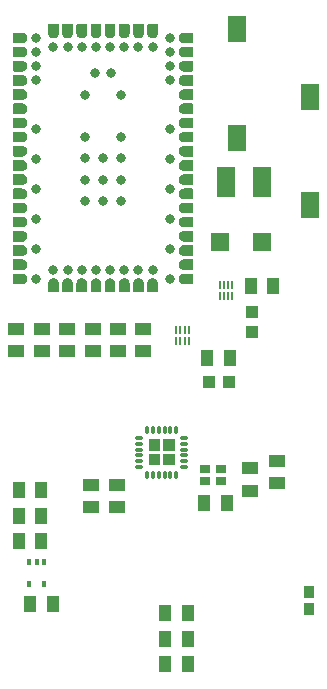
<source format=gtp>
G04*
G04 #@! TF.GenerationSoftware,Altium Limited,Altium Designer,20.0.10 (225)*
G04*
G04 Layer_Color=8421504*
%FSLAX25Y25*%
%MOIN*%
G70*
G01*
G75*
%ADD17R,0.03937X0.04331*%
%ADD18R,0.04331X0.03937*%
%ADD19R,0.04000X0.05500*%
%ADD20R,0.05500X0.04000*%
G04:AMPARAMS|DCode=21|XSize=27.95mil|YSize=10.63mil|CornerRadius=3.72mil|HoleSize=0mil|Usage=FLASHONLY|Rotation=0.000|XOffset=0mil|YOffset=0mil|HoleType=Round|Shape=RoundedRectangle|*
%AMROUNDEDRECTD21*
21,1,0.02795,0.00319,0,0,0.0*
21,1,0.02051,0.01063,0,0,0.0*
1,1,0.00744,0.01026,-0.00160*
1,1,0.00744,-0.01026,-0.00160*
1,1,0.00744,-0.01026,0.00160*
1,1,0.00744,0.01026,0.00160*
%
%ADD21ROUNDEDRECTD21*%
G04:AMPARAMS|DCode=22|XSize=27.95mil|YSize=10.63mil|CornerRadius=3.72mil|HoleSize=0mil|Usage=FLASHONLY|Rotation=90.000|XOffset=0mil|YOffset=0mil|HoleType=Round|Shape=RoundedRectangle|*
%AMROUNDEDRECTD22*
21,1,0.02795,0.00319,0,0,90.0*
21,1,0.02051,0.01063,0,0,90.0*
1,1,0.00744,0.00160,0.01026*
1,1,0.00744,0.00160,-0.01026*
1,1,0.00744,-0.00160,-0.01026*
1,1,0.00744,-0.00160,0.01026*
%
%ADD22ROUNDEDRECTD22*%
%ADD23R,0.03819X0.03937*%
%ADD24R,0.00748X0.02795*%
%ADD25R,0.00748X0.03032*%
%ADD26C,0.03150*%
%ADD27R,0.05906X0.05906*%
%ADD28R,0.06299X0.08622*%
%ADD29R,0.05906X0.10236*%
%ADD30R,0.01575X0.02362*%
%ADD31R,0.03347X0.02953*%
G36*
X64730Y173149D02*
X64740Y173148D01*
X64750Y173146D01*
X64760Y173145D01*
X64770Y173142D01*
X64780Y173139D01*
X64790Y173136D01*
X64799Y173132D01*
X64809Y173127D01*
X64818Y173123D01*
X64827Y173117D01*
X64835Y173111D01*
X64843Y173105D01*
X64851Y173098D01*
X64859Y173091D01*
X64866Y173084D01*
X64872Y173076D01*
X64879Y173068D01*
X64885Y173059D01*
X64890Y173050D01*
X64895Y173041D01*
X64899Y173032D01*
X64903Y173023D01*
X64907Y173013D01*
X64910Y173003D01*
X64912Y172993D01*
X64914Y172983D01*
X64915Y172973D01*
X64916Y172962D01*
X64916Y172952D01*
Y169802D01*
X64916Y169792D01*
X64915Y169782D01*
X64914Y169772D01*
X64912Y169762D01*
X64910Y169752D01*
X64907Y169742D01*
X64903Y169732D01*
X64899Y169722D01*
X64895Y169713D01*
X64890Y169704D01*
X64885Y169695D01*
X64879Y169687D01*
X64872Y169678D01*
X64866Y169671D01*
X64859Y169663D01*
X64851Y169656D01*
X64843Y169649D01*
X64835Y169643D01*
X64827Y169637D01*
X64818Y169632D01*
X64809Y169627D01*
X64799Y169623D01*
X64790Y169619D01*
X64780Y169615D01*
X64770Y169612D01*
X64760Y169610D01*
X64750Y169608D01*
X64740Y169607D01*
X64730Y169606D01*
X64719Y169606D01*
X61963D01*
X61871Y169608D01*
X61778Y169615D01*
X61686Y169627D01*
X61595Y169644D01*
X61505Y169666D01*
X61416Y169692D01*
X61329Y169723D01*
X61243Y169759D01*
X61159Y169799D01*
X61078Y169843D01*
X60999Y169891D01*
X60922Y169944D01*
X60849Y170000D01*
X60778Y170061D01*
X60711Y170124D01*
X60647Y170192D01*
X60587Y170262D01*
X60530Y170336D01*
X60478Y170412D01*
X60429Y170491D01*
X60385Y170573D01*
X60345Y170657D01*
X60310Y170742D01*
X60279Y170830D01*
X60252Y170919D01*
X60231Y171009D01*
X60214Y171100D01*
X60202Y171192D01*
X60194Y171284D01*
X60192Y171377D01*
X60194Y171470D01*
X60202Y171562D01*
X60214Y171654D01*
X60231Y171746D01*
X60252Y171836D01*
X60279Y171925D01*
X60310Y172012D01*
X60345Y172098D01*
X60385Y172181D01*
X60429Y172263D01*
X60478Y172342D01*
X60530Y172419D01*
X60587Y172492D01*
X60647Y172563D01*
X60711Y172630D01*
X60778Y172694D01*
X60849Y172754D01*
X60922Y172810D01*
X60999Y172863D01*
X61078Y172912D01*
X61159Y172956D01*
X61243Y172996D01*
X61329Y173031D01*
X61416Y173062D01*
X61505Y173089D01*
X61595Y173110D01*
X61686Y173127D01*
X61778Y173139D01*
X61871Y173146D01*
X61963Y173149D01*
X64719D01*
X64730Y173149D01*
D02*
G37*
G36*
X8119Y173146D02*
X8212Y173139D01*
X8304Y173127D01*
X8395Y173110D01*
X8485Y173089D01*
X8574Y173062D01*
X8662Y173031D01*
X8747Y172996D01*
X8831Y172956D01*
X8912Y172912D01*
X8991Y172863D01*
X9068Y172810D01*
X9142Y172754D01*
X9212Y172694D01*
X9279Y172630D01*
X9343Y172563D01*
X9403Y172492D01*
X9460Y172419D01*
X9512Y172342D01*
X9561Y172263D01*
X9605Y172181D01*
X9645Y172098D01*
X9680Y172012D01*
X9712Y171925D01*
X9738Y171836D01*
X9759Y171746D01*
X9776Y171654D01*
X9788Y171562D01*
X9796Y171470D01*
X9798Y171377D01*
X9796Y171284D01*
X9788Y171192D01*
X9776Y171100D01*
X9759Y171009D01*
X9738Y170919D01*
X9712Y170830D01*
X9680Y170742D01*
X9645Y170657D01*
X9605Y170573D01*
X9561Y170491D01*
X9512Y170412D01*
X9460Y170336D01*
X9403Y170262D01*
X9343Y170192D01*
X9279Y170124D01*
X9212Y170061D01*
X9142Y170000D01*
X9068Y169944D01*
X8991Y169891D01*
X8912Y169843D01*
X8831Y169799D01*
X8747Y169759D01*
X8662Y169723D01*
X8574Y169692D01*
X8485Y169666D01*
X8395Y169644D01*
X8304Y169627D01*
X8212Y169615D01*
X8119Y169608D01*
X8027Y169606D01*
X5271D01*
X5260Y169606D01*
X5250Y169607D01*
X5240Y169608D01*
X5230Y169610D01*
X5220Y169612D01*
X5210Y169615D01*
X5200Y169619D01*
X5191Y169623D01*
X5181Y169627D01*
X5172Y169632D01*
X5163Y169637D01*
X5155Y169643D01*
X5147Y169649D01*
X5139Y169656D01*
X5131Y169663D01*
X5124Y169671D01*
X5118Y169678D01*
X5111Y169687D01*
X5106Y169695D01*
X5100Y169704D01*
X5095Y169713D01*
X5091Y169722D01*
X5087Y169732D01*
X5083Y169742D01*
X5080Y169752D01*
X5078Y169762D01*
X5076Y169772D01*
X5075Y169782D01*
X5074Y169792D01*
X5074Y169802D01*
Y172952D01*
X5074Y172962D01*
X5075Y172973D01*
X5076Y172983D01*
X5078Y172993D01*
X5080Y173003D01*
X5083Y173013D01*
X5087Y173023D01*
X5091Y173032D01*
X5095Y173041D01*
X5100Y173050D01*
X5106Y173059D01*
X5111Y173068D01*
X5118Y173076D01*
X5124Y173084D01*
X5131Y173091D01*
X5139Y173098D01*
X5147Y173105D01*
X5155Y173111D01*
X5163Y173117D01*
X5172Y173123D01*
X5181Y173127D01*
X5191Y173132D01*
X5200Y173136D01*
X5210Y173139D01*
X5220Y173142D01*
X5230Y173145D01*
X5240Y173146D01*
X5250Y173148D01*
X5260Y173149D01*
X5271Y173149D01*
X8027D01*
X8119Y173146D01*
D02*
G37*
G36*
X51623Y171572D02*
X51716Y171564D01*
X51808Y171552D01*
X51899Y171535D01*
X51989Y171514D01*
X52078Y171487D01*
X52165Y171456D01*
X52251Y171421D01*
X52335Y171381D01*
X52416Y171337D01*
X52495Y171288D01*
X52572Y171236D01*
X52645Y171179D01*
X52716Y171119D01*
X52783Y171055D01*
X52847Y170988D01*
X52907Y170917D01*
X52964Y170844D01*
X53016Y170767D01*
X53065Y170688D01*
X53109Y170607D01*
X53149Y170523D01*
X53184Y170437D01*
X53215Y170350D01*
X53242Y170261D01*
X53263Y170171D01*
X53280Y170080D01*
X53292Y169988D01*
X53300Y169895D01*
X53302Y169802D01*
Y167046D01*
X53302Y167036D01*
X53301Y167026D01*
X53300Y167016D01*
X53298Y167006D01*
X53295Y166996D01*
X53293Y166986D01*
X53289Y166976D01*
X53285Y166966D01*
X53281Y166957D01*
X53276Y166948D01*
X53270Y166939D01*
X53264Y166931D01*
X53258Y166923D01*
X53252Y166915D01*
X53245Y166907D01*
X53237Y166900D01*
X53229Y166893D01*
X53221Y166887D01*
X53212Y166881D01*
X53204Y166876D01*
X53195Y166871D01*
X53185Y166867D01*
X53176Y166863D01*
X53166Y166859D01*
X53156Y166856D01*
X53146Y166854D01*
X53136Y166852D01*
X53126Y166851D01*
X53116Y166850D01*
X53105Y166850D01*
X49956D01*
X49945Y166850D01*
X49935Y166851D01*
X49925Y166852D01*
X49915Y166854D01*
X49905Y166856D01*
X49895Y166859D01*
X49885Y166863D01*
X49876Y166867D01*
X49866Y166871D01*
X49857Y166876D01*
X49848Y166881D01*
X49840Y166887D01*
X49832Y166893D01*
X49824Y166900D01*
X49817Y166907D01*
X49809Y166915D01*
X49803Y166923D01*
X49796Y166931D01*
X49791Y166939D01*
X49785Y166948D01*
X49780Y166957D01*
X49776Y166966D01*
X49772Y166976D01*
X49768Y166986D01*
X49766Y166996D01*
X49763Y167006D01*
X49761Y167016D01*
X49760Y167026D01*
X49759Y167036D01*
X49759Y167046D01*
Y169802D01*
X49761Y169895D01*
X49768Y169988D01*
X49781Y170080D01*
X49797Y170171D01*
X49819Y170261D01*
X49845Y170350D01*
X49876Y170437D01*
X49912Y170523D01*
X49952Y170607D01*
X49996Y170688D01*
X50045Y170767D01*
X50097Y170844D01*
X50154Y170917D01*
X50214Y170988D01*
X50278Y171055D01*
X50345Y171119D01*
X50416Y171179D01*
X50489Y171236D01*
X50566Y171288D01*
X50645Y171337D01*
X50726Y171381D01*
X50810Y171421D01*
X50896Y171456D01*
X50983Y171487D01*
X51072Y171514D01*
X51162Y171535D01*
X51253Y171552D01*
X51345Y171564D01*
X51438Y171572D01*
X51530Y171574D01*
X51623Y171572D01*
D02*
G37*
G36*
X46899D02*
X46991Y171564D01*
X47083Y171552D01*
X47174Y171535D01*
X47265Y171514D01*
X47354Y171487D01*
X47441Y171456D01*
X47527Y171421D01*
X47610Y171381D01*
X47692Y171337D01*
X47771Y171288D01*
X47847Y171236D01*
X47921Y171179D01*
X47991Y171119D01*
X48059Y171055D01*
X48123Y170988D01*
X48183Y170917D01*
X48239Y170844D01*
X48292Y170767D01*
X48340Y170688D01*
X48385Y170607D01*
X48425Y170523D01*
X48460Y170437D01*
X48491Y170350D01*
X48517Y170261D01*
X48539Y170171D01*
X48556Y170080D01*
X48568Y169988D01*
X48575Y169895D01*
X48578Y169802D01*
Y167046D01*
X48577Y167036D01*
X48577Y167026D01*
X48575Y167016D01*
X48573Y167006D01*
X48571Y166996D01*
X48568Y166986D01*
X48565Y166976D01*
X48561Y166966D01*
X48556Y166957D01*
X48551Y166948D01*
X48546Y166939D01*
X48540Y166931D01*
X48534Y166923D01*
X48527Y166915D01*
X48520Y166907D01*
X48513Y166900D01*
X48505Y166893D01*
X48497Y166887D01*
X48488Y166881D01*
X48479Y166876D01*
X48470Y166871D01*
X48461Y166867D01*
X48451Y166863D01*
X48442Y166859D01*
X48432Y166856D01*
X48422Y166854D01*
X48412Y166852D01*
X48401Y166851D01*
X48391Y166850D01*
X48381Y166850D01*
X45231D01*
X45221Y166850D01*
X45211Y166851D01*
X45200Y166852D01*
X45190Y166854D01*
X45180Y166856D01*
X45170Y166859D01*
X45161Y166863D01*
X45151Y166867D01*
X45142Y166871D01*
X45133Y166876D01*
X45124Y166881D01*
X45116Y166887D01*
X45107Y166893D01*
X45099Y166900D01*
X45092Y166907D01*
X45085Y166915D01*
X45078Y166923D01*
X45072Y166931D01*
X45066Y166939D01*
X45061Y166948D01*
X45056Y166957D01*
X45051Y166966D01*
X45048Y166976D01*
X45044Y166986D01*
X45041Y166996D01*
X45039Y167006D01*
X45037Y167016D01*
X45035Y167026D01*
X45035Y167036D01*
X45034Y167046D01*
Y169802D01*
X45037Y169895D01*
X45044Y169988D01*
X45056Y170080D01*
X45073Y170171D01*
X45095Y170261D01*
X45121Y170350D01*
X45152Y170437D01*
X45188Y170523D01*
X45228Y170607D01*
X45272Y170688D01*
X45320Y170767D01*
X45373Y170844D01*
X45429Y170917D01*
X45489Y170988D01*
X45553Y171055D01*
X45621Y171119D01*
X45691Y171179D01*
X45765Y171236D01*
X45841Y171288D01*
X45920Y171337D01*
X46002Y171381D01*
X46086Y171421D01*
X46171Y171456D01*
X46259Y171487D01*
X46347Y171514D01*
X46438Y171535D01*
X46529Y171552D01*
X46621Y171564D01*
X46713Y171572D01*
X46806Y171574D01*
X46899Y171572D01*
D02*
G37*
G36*
X42174D02*
X42267Y171564D01*
X42359Y171552D01*
X42450Y171535D01*
X42540Y171514D01*
X42629Y171487D01*
X42717Y171456D01*
X42802Y171421D01*
X42886Y171381D01*
X42968Y171337D01*
X43047Y171288D01*
X43123Y171236D01*
X43197Y171179D01*
X43267Y171119D01*
X43334Y171055D01*
X43398Y170988D01*
X43459Y170917D01*
X43515Y170844D01*
X43567Y170767D01*
X43616Y170688D01*
X43660Y170607D01*
X43700Y170523D01*
X43736Y170437D01*
X43767Y170350D01*
X43793Y170261D01*
X43815Y170171D01*
X43832Y170080D01*
X43844Y169988D01*
X43851Y169895D01*
X43853Y169802D01*
Y167046D01*
X43853Y167036D01*
X43852Y167026D01*
X43851Y167016D01*
X43849Y167006D01*
X43847Y166996D01*
X43844Y166986D01*
X43840Y166976D01*
X43836Y166966D01*
X43832Y166957D01*
X43827Y166948D01*
X43822Y166939D01*
X43816Y166931D01*
X43809Y166923D01*
X43803Y166915D01*
X43796Y166907D01*
X43788Y166900D01*
X43780Y166893D01*
X43772Y166887D01*
X43764Y166881D01*
X43755Y166876D01*
X43746Y166871D01*
X43736Y166867D01*
X43727Y166863D01*
X43717Y166859D01*
X43707Y166856D01*
X43697Y166854D01*
X43687Y166852D01*
X43677Y166851D01*
X43667Y166850D01*
X43657Y166850D01*
X40507D01*
X40497Y166850D01*
X40486Y166851D01*
X40476Y166852D01*
X40466Y166854D01*
X40456Y166856D01*
X40446Y166859D01*
X40436Y166863D01*
X40427Y166867D01*
X40418Y166871D01*
X40408Y166876D01*
X40400Y166881D01*
X40391Y166887D01*
X40383Y166893D01*
X40375Y166900D01*
X40368Y166907D01*
X40361Y166915D01*
X40354Y166923D01*
X40348Y166931D01*
X40342Y166939D01*
X40336Y166948D01*
X40332Y166957D01*
X40327Y166966D01*
X40323Y166976D01*
X40320Y166986D01*
X40317Y166996D01*
X40314Y167006D01*
X40312Y167016D01*
X40311Y167026D01*
X40310Y167036D01*
X40310Y167046D01*
Y169802D01*
X40312Y169895D01*
X40320Y169988D01*
X40332Y170080D01*
X40349Y170171D01*
X40370Y170261D01*
X40397Y170350D01*
X40428Y170437D01*
X40463Y170523D01*
X40503Y170607D01*
X40547Y170688D01*
X40596Y170767D01*
X40648Y170844D01*
X40705Y170917D01*
X40765Y170988D01*
X40829Y171055D01*
X40896Y171119D01*
X40967Y171179D01*
X41040Y171236D01*
X41117Y171288D01*
X41196Y171337D01*
X41277Y171381D01*
X41361Y171421D01*
X41447Y171456D01*
X41534Y171487D01*
X41623Y171514D01*
X41713Y171535D01*
X41805Y171552D01*
X41897Y171564D01*
X41989Y171572D01*
X42082Y171574D01*
X42174Y171572D01*
D02*
G37*
G36*
X37450D02*
X37542Y171564D01*
X37634Y171552D01*
X37726Y171535D01*
X37816Y171514D01*
X37905Y171487D01*
X37992Y171456D01*
X38078Y171421D01*
X38162Y171381D01*
X38243Y171337D01*
X38322Y171288D01*
X38399Y171236D01*
X38472Y171179D01*
X38543Y171119D01*
X38610Y171055D01*
X38674Y170988D01*
X38734Y170917D01*
X38791Y170844D01*
X38843Y170767D01*
X38892Y170688D01*
X38936Y170607D01*
X38976Y170523D01*
X39011Y170437D01*
X39042Y170350D01*
X39068Y170261D01*
X39090Y170171D01*
X39107Y170080D01*
X39119Y169988D01*
X39127Y169895D01*
X39129Y169802D01*
Y167046D01*
X39129Y167036D01*
X39128Y167026D01*
X39127Y167016D01*
X39125Y167006D01*
X39122Y166996D01*
X39119Y166986D01*
X39116Y166976D01*
X39112Y166966D01*
X39107Y166957D01*
X39103Y166948D01*
X39097Y166939D01*
X39091Y166931D01*
X39085Y166923D01*
X39078Y166915D01*
X39071Y166907D01*
X39064Y166900D01*
X39056Y166893D01*
X39048Y166887D01*
X39039Y166881D01*
X39031Y166876D01*
X39021Y166871D01*
X39012Y166867D01*
X39003Y166863D01*
X38993Y166859D01*
X38983Y166856D01*
X38973Y166854D01*
X38963Y166852D01*
X38953Y166851D01*
X38942Y166850D01*
X38932Y166850D01*
X35783D01*
X35772Y166850D01*
X35762Y166851D01*
X35752Y166852D01*
X35741Y166854D01*
X35732Y166856D01*
X35722Y166859D01*
X35712Y166863D01*
X35702Y166867D01*
X35693Y166871D01*
X35684Y166876D01*
X35675Y166881D01*
X35667Y166887D01*
X35659Y166893D01*
X35651Y166900D01*
X35643Y166907D01*
X35636Y166915D01*
X35629Y166923D01*
X35623Y166931D01*
X35617Y166939D01*
X35612Y166948D01*
X35607Y166957D01*
X35603Y166966D01*
X35599Y166976D01*
X35595Y166986D01*
X35592Y166996D01*
X35590Y167006D01*
X35588Y167016D01*
X35587Y167026D01*
X35586Y167036D01*
X35586Y167046D01*
Y169802D01*
X35588Y169895D01*
X35595Y169988D01*
X35607Y170080D01*
X35624Y170171D01*
X35646Y170261D01*
X35672Y170350D01*
X35703Y170437D01*
X35739Y170523D01*
X35779Y170607D01*
X35823Y170688D01*
X35871Y170767D01*
X35924Y170844D01*
X35980Y170917D01*
X36041Y170988D01*
X36105Y171055D01*
X36172Y171119D01*
X36242Y171179D01*
X36316Y171236D01*
X36392Y171288D01*
X36471Y171337D01*
X36553Y171381D01*
X36637Y171421D01*
X36722Y171456D01*
X36810Y171487D01*
X36899Y171514D01*
X36989Y171535D01*
X37080Y171552D01*
X37172Y171564D01*
X37264Y171572D01*
X37357Y171574D01*
X37450Y171572D01*
D02*
G37*
G36*
X32726D02*
X32818Y171564D01*
X32910Y171552D01*
X33001Y171535D01*
X33091Y171514D01*
X33180Y171487D01*
X33268Y171456D01*
X33353Y171421D01*
X33437Y171381D01*
X33519Y171337D01*
X33598Y171288D01*
X33674Y171236D01*
X33748Y171179D01*
X33818Y171119D01*
X33886Y171055D01*
X33949Y170988D01*
X34010Y170917D01*
X34066Y170844D01*
X34119Y170767D01*
X34167Y170688D01*
X34211Y170607D01*
X34251Y170523D01*
X34287Y170437D01*
X34318Y170350D01*
X34344Y170261D01*
X34366Y170171D01*
X34383Y170080D01*
X34395Y169988D01*
X34402Y169895D01*
X34405Y169802D01*
Y167046D01*
X34404Y167036D01*
X34403Y167026D01*
X34402Y167016D01*
X34400Y167006D01*
X34398Y166996D01*
X34395Y166986D01*
X34391Y166976D01*
X34387Y166966D01*
X34383Y166957D01*
X34378Y166948D01*
X34373Y166939D01*
X34367Y166931D01*
X34361Y166923D01*
X34354Y166915D01*
X34347Y166907D01*
X34339Y166900D01*
X34332Y166893D01*
X34323Y166887D01*
X34315Y166881D01*
X34306Y166876D01*
X34297Y166871D01*
X34288Y166867D01*
X34278Y166863D01*
X34269Y166859D01*
X34259Y166856D01*
X34249Y166854D01*
X34238Y166852D01*
X34228Y166851D01*
X34218Y166850D01*
X34208Y166850D01*
X31058D01*
X31048Y166850D01*
X31038Y166851D01*
X31027Y166852D01*
X31017Y166854D01*
X31007Y166856D01*
X30997Y166859D01*
X30988Y166863D01*
X30978Y166867D01*
X30969Y166871D01*
X30960Y166876D01*
X30951Y166881D01*
X30942Y166887D01*
X30934Y166893D01*
X30926Y166900D01*
X30919Y166907D01*
X30912Y166915D01*
X30905Y166923D01*
X30899Y166931D01*
X30893Y166939D01*
X30888Y166948D01*
X30883Y166957D01*
X30878Y166966D01*
X30874Y166976D01*
X30871Y166986D01*
X30868Y166996D01*
X30865Y167006D01*
X30864Y167016D01*
X30862Y167026D01*
X30861Y167036D01*
X30861Y167046D01*
Y169802D01*
X30864Y169895D01*
X30871Y169988D01*
X30883Y170080D01*
X30900Y170171D01*
X30922Y170261D01*
X30948Y170350D01*
X30979Y170437D01*
X31014Y170523D01*
X31054Y170607D01*
X31099Y170688D01*
X31147Y170767D01*
X31199Y170844D01*
X31256Y170917D01*
X31316Y170988D01*
X31380Y171055D01*
X31447Y171119D01*
X31518Y171179D01*
X31591Y171236D01*
X31668Y171288D01*
X31747Y171337D01*
X31828Y171381D01*
X31912Y171421D01*
X31998Y171456D01*
X32085Y171487D01*
X32174Y171514D01*
X32265Y171535D01*
X32356Y171552D01*
X32448Y171564D01*
X32540Y171572D01*
X32633Y171574D01*
X32726Y171572D01*
D02*
G37*
G36*
X28001D02*
X28094Y171564D01*
X28186Y171552D01*
X28277Y171535D01*
X28367Y171514D01*
X28456Y171487D01*
X28543Y171456D01*
X28629Y171421D01*
X28713Y171381D01*
X28794Y171337D01*
X28873Y171288D01*
X28950Y171236D01*
X29023Y171179D01*
X29094Y171119D01*
X29161Y171055D01*
X29225Y170988D01*
X29285Y170917D01*
X29342Y170844D01*
X29394Y170767D01*
X29443Y170688D01*
X29487Y170607D01*
X29527Y170523D01*
X29562Y170437D01*
X29593Y170350D01*
X29620Y170261D01*
X29641Y170171D01*
X29658Y170080D01*
X29670Y169988D01*
X29678Y169895D01*
X29680Y169802D01*
Y167046D01*
X29680Y167036D01*
X29679Y167026D01*
X29678Y167016D01*
X29676Y167006D01*
X29673Y166996D01*
X29670Y166986D01*
X29667Y166976D01*
X29663Y166966D01*
X29659Y166957D01*
X29654Y166948D01*
X29648Y166939D01*
X29643Y166931D01*
X29636Y166923D01*
X29629Y166915D01*
X29622Y166907D01*
X29615Y166900D01*
X29607Y166893D01*
X29599Y166887D01*
X29590Y166881D01*
X29582Y166876D01*
X29573Y166871D01*
X29563Y166867D01*
X29554Y166863D01*
X29544Y166859D01*
X29534Y166856D01*
X29524Y166854D01*
X29514Y166852D01*
X29504Y166851D01*
X29493Y166850D01*
X29483Y166850D01*
X26334D01*
X26323Y166850D01*
X26313Y166851D01*
X26303Y166852D01*
X26293Y166854D01*
X26283Y166856D01*
X26273Y166859D01*
X26263Y166863D01*
X26254Y166867D01*
X26244Y166871D01*
X26235Y166876D01*
X26226Y166881D01*
X26218Y166887D01*
X26210Y166893D01*
X26202Y166900D01*
X26194Y166907D01*
X26187Y166915D01*
X26181Y166923D01*
X26174Y166931D01*
X26169Y166939D01*
X26163Y166948D01*
X26158Y166957D01*
X26154Y166966D01*
X26150Y166976D01*
X26146Y166986D01*
X26144Y166996D01*
X26141Y167006D01*
X26139Y167016D01*
X26138Y167026D01*
X26137Y167036D01*
X26137Y167046D01*
Y169802D01*
X26139Y169895D01*
X26147Y169988D01*
X26159Y170080D01*
X26175Y170171D01*
X26197Y170261D01*
X26223Y170350D01*
X26254Y170437D01*
X26290Y170523D01*
X26330Y170607D01*
X26374Y170688D01*
X26423Y170767D01*
X26475Y170844D01*
X26532Y170917D01*
X26592Y170988D01*
X26656Y171055D01*
X26723Y171119D01*
X26794Y171179D01*
X26867Y171236D01*
X26943Y171288D01*
X27023Y171337D01*
X27104Y171381D01*
X27188Y171421D01*
X27273Y171456D01*
X27361Y171487D01*
X27450Y171514D01*
X27540Y171535D01*
X27631Y171552D01*
X27723Y171564D01*
X27816Y171572D01*
X27908Y171574D01*
X28001Y171572D01*
D02*
G37*
G36*
X23277D02*
X23369Y171564D01*
X23461Y171552D01*
X23552Y171535D01*
X23643Y171514D01*
X23731Y171487D01*
X23819Y171456D01*
X23905Y171421D01*
X23988Y171381D01*
X24070Y171337D01*
X24149Y171288D01*
X24225Y171236D01*
X24299Y171179D01*
X24370Y171119D01*
X24437Y171055D01*
X24501Y170988D01*
X24561Y170917D01*
X24617Y170844D01*
X24670Y170767D01*
X24718Y170688D01*
X24763Y170607D01*
X24803Y170523D01*
X24838Y170437D01*
X24869Y170350D01*
X24895Y170261D01*
X24917Y170171D01*
X24934Y170080D01*
X24946Y169988D01*
X24953Y169895D01*
X24956Y169802D01*
Y167046D01*
X24955Y167036D01*
X24955Y167026D01*
X24953Y167016D01*
X24951Y167006D01*
X24949Y166996D01*
X24946Y166986D01*
X24943Y166976D01*
X24939Y166966D01*
X24934Y166957D01*
X24929Y166948D01*
X24924Y166939D01*
X24918Y166931D01*
X24912Y166923D01*
X24905Y166915D01*
X24898Y166907D01*
X24891Y166900D01*
X24883Y166893D01*
X24874Y166887D01*
X24866Y166881D01*
X24857Y166876D01*
X24848Y166871D01*
X24839Y166867D01*
X24829Y166863D01*
X24820Y166859D01*
X24810Y166856D01*
X24800Y166854D01*
X24790Y166852D01*
X24779Y166851D01*
X24769Y166850D01*
X24759Y166850D01*
X21609D01*
X21599Y166850D01*
X21589Y166851D01*
X21578Y166852D01*
X21568Y166854D01*
X21558Y166856D01*
X21548Y166859D01*
X21539Y166863D01*
X21529Y166867D01*
X21520Y166871D01*
X21511Y166876D01*
X21502Y166881D01*
X21494Y166887D01*
X21485Y166893D01*
X21477Y166900D01*
X21470Y166907D01*
X21463Y166915D01*
X21456Y166923D01*
X21450Y166931D01*
X21444Y166939D01*
X21439Y166948D01*
X21434Y166957D01*
X21429Y166966D01*
X21426Y166976D01*
X21422Y166986D01*
X21419Y166996D01*
X21417Y167006D01*
X21415Y167016D01*
X21414Y167026D01*
X21413Y167036D01*
X21412Y167046D01*
Y169802D01*
X21415Y169895D01*
X21422Y169988D01*
X21434Y170080D01*
X21451Y170171D01*
X21473Y170261D01*
X21499Y170350D01*
X21530Y170437D01*
X21565Y170523D01*
X21606Y170607D01*
X21650Y170688D01*
X21698Y170767D01*
X21751Y170844D01*
X21807Y170917D01*
X21867Y170988D01*
X21931Y171055D01*
X21999Y171119D01*
X22069Y171179D01*
X22143Y171236D01*
X22219Y171288D01*
X22298Y171337D01*
X22380Y171381D01*
X22463Y171421D01*
X22549Y171456D01*
X22637Y171487D01*
X22726Y171514D01*
X22816Y171535D01*
X22907Y171552D01*
X22999Y171564D01*
X23091Y171572D01*
X23184Y171574D01*
X23277Y171572D01*
D02*
G37*
G36*
X18552D02*
X18645Y171564D01*
X18737Y171552D01*
X18828Y171535D01*
X18918Y171514D01*
X19007Y171487D01*
X19094Y171456D01*
X19180Y171421D01*
X19264Y171381D01*
X19345Y171337D01*
X19424Y171288D01*
X19501Y171236D01*
X19575Y171179D01*
X19645Y171119D01*
X19712Y171055D01*
X19776Y170988D01*
X19836Y170917D01*
X19893Y170844D01*
X19945Y170767D01*
X19994Y170688D01*
X20038Y170607D01*
X20078Y170523D01*
X20114Y170437D01*
X20145Y170350D01*
X20171Y170261D01*
X20193Y170171D01*
X20210Y170080D01*
X20222Y169988D01*
X20229Y169895D01*
X20231Y169802D01*
Y167046D01*
X20231Y167036D01*
X20230Y167026D01*
X20229Y167016D01*
X20227Y167006D01*
X20225Y166996D01*
X20222Y166986D01*
X20218Y166976D01*
X20214Y166966D01*
X20210Y166957D01*
X20205Y166948D01*
X20200Y166939D01*
X20194Y166931D01*
X20187Y166923D01*
X20181Y166915D01*
X20174Y166907D01*
X20166Y166900D01*
X20158Y166893D01*
X20150Y166887D01*
X20142Y166881D01*
X20133Y166876D01*
X20124Y166871D01*
X20114Y166867D01*
X20105Y166863D01*
X20095Y166859D01*
X20085Y166856D01*
X20075Y166854D01*
X20065Y166852D01*
X20055Y166851D01*
X20045Y166850D01*
X20034Y166850D01*
X16885D01*
X16874Y166850D01*
X16864Y166851D01*
X16854Y166852D01*
X16844Y166854D01*
X16834Y166856D01*
X16824Y166859D01*
X16814Y166863D01*
X16805Y166867D01*
X16795Y166871D01*
X16786Y166876D01*
X16778Y166881D01*
X16769Y166887D01*
X16761Y166893D01*
X16753Y166900D01*
X16746Y166907D01*
X16738Y166915D01*
X16732Y166923D01*
X16726Y166931D01*
X16720Y166939D01*
X16714Y166948D01*
X16709Y166957D01*
X16705Y166966D01*
X16701Y166976D01*
X16698Y166986D01*
X16695Y166996D01*
X16692Y167006D01*
X16690Y167016D01*
X16689Y167026D01*
X16688Y167036D01*
X16688Y167046D01*
Y169802D01*
X16690Y169895D01*
X16698Y169988D01*
X16710Y170080D01*
X16727Y170171D01*
X16748Y170261D01*
X16775Y170350D01*
X16806Y170437D01*
X16841Y170523D01*
X16881Y170607D01*
X16925Y170688D01*
X16974Y170767D01*
X17026Y170844D01*
X17083Y170917D01*
X17143Y170988D01*
X17207Y171055D01*
X17274Y171119D01*
X17345Y171179D01*
X17418Y171236D01*
X17495Y171288D01*
X17574Y171337D01*
X17655Y171381D01*
X17739Y171421D01*
X17825Y171456D01*
X17912Y171487D01*
X18001Y171514D01*
X18091Y171535D01*
X18182Y171552D01*
X18274Y171564D01*
X18367Y171572D01*
X18460Y171574D01*
X18552Y171572D01*
D02*
G37*
G36*
X58834Y113894D02*
X54894D01*
Y117831D01*
X58834D01*
Y113894D01*
D02*
G37*
G36*
X54106Y113894D02*
X50169D01*
Y117831D01*
X54106D01*
Y113894D01*
D02*
G37*
G36*
X54106Y109167D02*
X50169D01*
Y113106D01*
X54106D01*
Y109167D01*
D02*
G37*
G36*
X58833Y109167D02*
X54894D01*
Y113106D01*
X58833D01*
Y109167D01*
D02*
G37*
G36*
X5074Y177687D02*
X5075Y177697D01*
X5076Y177707D01*
X5078Y177717D01*
X5080Y177727D01*
X5083Y177737D01*
X5087Y177747D01*
X5091Y177757D01*
X5095Y177766D01*
X5100Y177775D01*
X5106Y177784D01*
X5111Y177792D01*
X5118Y177800D01*
X5124Y177808D01*
X5131Y177816D01*
X5139Y177823D01*
X5147Y177829D01*
X5155Y177836D01*
X5163Y177841D01*
X5172Y177847D01*
X5181Y177852D01*
X5191Y177856D01*
X5200Y177860D01*
X5210Y177864D01*
X5220Y177867D01*
X5230Y177869D01*
X5240Y177871D01*
X5250Y177872D01*
X5260Y177873D01*
X5271Y177873D01*
X8027D01*
X8119Y177871D01*
X8212Y177864D01*
X8304Y177851D01*
X8395Y177835D01*
X8485Y177813D01*
X8574Y177787D01*
X8662Y177756D01*
X8747Y177720D01*
X8831Y177680D01*
X8912Y177636D01*
X8991Y177587D01*
X9068Y177535D01*
X9142Y177479D01*
X9212Y177418D01*
X9279Y177354D01*
X9343Y177287D01*
X9403Y177217D01*
X9460Y177143D01*
X9512Y177067D01*
X9561Y176988D01*
X9605Y176906D01*
X9645Y176822D01*
X9680Y176736D01*
X9712Y176649D01*
X9738Y176560D01*
X9759Y176470D01*
X9776Y176379D01*
X9788Y176287D01*
X9796Y176194D01*
X9798Y176102D01*
X9796Y176009D01*
X9788Y175916D01*
X9776Y175824D01*
X9759Y175733D01*
X9738Y175643D01*
X9712Y175554D01*
X9680Y175467D01*
X9645Y175381D01*
X9605Y175297D01*
X9561Y175216D01*
X9512Y175137D01*
X9460Y175060D01*
X9403Y174987D01*
X9343Y174916D01*
X9279Y174849D01*
X9212Y174785D01*
X9142Y174725D01*
X9068Y174668D01*
X8991Y174616D01*
X8912Y174567D01*
X8831Y174523D01*
X8747Y174483D01*
X8662Y174448D01*
X8574Y174417D01*
X8485Y174390D01*
X8395Y174369D01*
X8304Y174352D01*
X8212Y174340D01*
X8119Y174332D01*
X8027Y174330D01*
X5271D01*
X5260Y174330D01*
X5250Y174331D01*
X5240Y174332D01*
X5230Y174334D01*
X5220Y174337D01*
X5210Y174340D01*
X5200Y174343D01*
X5191Y174347D01*
X5181Y174351D01*
X5172Y174356D01*
X5163Y174362D01*
X5155Y174368D01*
X5147Y174374D01*
X5139Y174381D01*
X5131Y174388D01*
X5124Y174395D01*
X5118Y174403D01*
X5111Y174411D01*
X5106Y174420D01*
X5100Y174428D01*
X5095Y174437D01*
X5091Y174447D01*
X5087Y174456D01*
X5083Y174466D01*
X5080Y174476D01*
X5078Y174486D01*
X5076Y174496D01*
X5075Y174506D01*
X5074Y174516D01*
X5074Y174527D01*
Y177676D01*
X5074Y177687D01*
D02*
G37*
G36*
Y182411D02*
X5075Y182421D01*
X5076Y182432D01*
X5078Y182442D01*
X5080Y182452D01*
X5083Y182462D01*
X5087Y182471D01*
X5091Y182481D01*
X5095Y182490D01*
X5100Y182499D01*
X5106Y182508D01*
X5111Y182517D01*
X5118Y182525D01*
X5124Y182533D01*
X5131Y182540D01*
X5139Y182547D01*
X5147Y182554D01*
X5155Y182560D01*
X5163Y182566D01*
X5172Y182571D01*
X5181Y182576D01*
X5191Y182581D01*
X5200Y182585D01*
X5210Y182588D01*
X5220Y182591D01*
X5230Y182593D01*
X5240Y182595D01*
X5250Y182597D01*
X5260Y182597D01*
X5271Y182598D01*
X8027D01*
X8119Y182595D01*
X8212Y182588D01*
X8304Y182576D01*
X8395Y182559D01*
X8485Y182537D01*
X8574Y182511D01*
X8662Y182480D01*
X8747Y182445D01*
X8831Y182405D01*
X8912Y182360D01*
X8991Y182312D01*
X9068Y182259D01*
X9142Y182203D01*
X9212Y182143D01*
X9279Y182079D01*
X9343Y182011D01*
X9403Y181941D01*
X9460Y181867D01*
X9512Y181791D01*
X9561Y181712D01*
X9605Y181630D01*
X9645Y181547D01*
X9680Y181461D01*
X9712Y181374D01*
X9738Y181285D01*
X9759Y181194D01*
X9776Y181103D01*
X9788Y181011D01*
X9796Y180919D01*
X9798Y180826D01*
X9796Y180733D01*
X9788Y180641D01*
X9776Y180549D01*
X9759Y180458D01*
X9738Y180368D01*
X9712Y180279D01*
X9680Y180191D01*
X9645Y180105D01*
X9605Y180022D01*
X9561Y179940D01*
X9512Y179861D01*
X9460Y179785D01*
X9403Y179711D01*
X9343Y179641D01*
X9279Y179573D01*
X9212Y179509D01*
X9142Y179449D01*
X9068Y179393D01*
X8991Y179340D01*
X8912Y179292D01*
X8831Y179247D01*
X8747Y179208D01*
X8662Y179172D01*
X8574Y179141D01*
X8485Y179115D01*
X8395Y179093D01*
X8304Y179076D01*
X8212Y179064D01*
X8119Y179057D01*
X8027Y179054D01*
X5271D01*
X5260Y179055D01*
X5250Y179056D01*
X5240Y179057D01*
X5230Y179059D01*
X5220Y179061D01*
X5210Y179064D01*
X5200Y179068D01*
X5191Y179071D01*
X5181Y179076D01*
X5172Y179081D01*
X5163Y179086D01*
X5155Y179092D01*
X5147Y179098D01*
X5139Y179105D01*
X5131Y179112D01*
X5124Y179120D01*
X5118Y179127D01*
X5111Y179136D01*
X5106Y179144D01*
X5100Y179153D01*
X5095Y179162D01*
X5091Y179171D01*
X5087Y179181D01*
X5083Y179190D01*
X5080Y179200D01*
X5078Y179210D01*
X5076Y179220D01*
X5075Y179231D01*
X5074Y179241D01*
X5074Y179251D01*
Y182401D01*
X5074Y182411D01*
D02*
G37*
G36*
Y187136D02*
X5075Y187146D01*
X5076Y187156D01*
X5078Y187166D01*
X5080Y187176D01*
X5083Y187186D01*
X5087Y187196D01*
X5091Y187205D01*
X5095Y187215D01*
X5100Y187224D01*
X5106Y187232D01*
X5111Y187241D01*
X5118Y187249D01*
X5124Y187257D01*
X5131Y187265D01*
X5139Y187271D01*
X5147Y187278D01*
X5155Y187285D01*
X5163Y187290D01*
X5172Y187296D01*
X5181Y187301D01*
X5191Y187305D01*
X5200Y187309D01*
X5210Y187312D01*
X5220Y187315D01*
X5230Y187318D01*
X5240Y187320D01*
X5250Y187321D01*
X5260Y187322D01*
X5271Y187322D01*
X8027D01*
X8119Y187320D01*
X8212Y187312D01*
X8304Y187300D01*
X8395Y187283D01*
X8485Y187262D01*
X8574Y187235D01*
X8662Y187204D01*
X8747Y187169D01*
X8831Y187129D01*
X8912Y187085D01*
X8991Y187036D01*
X9068Y186984D01*
X9142Y186927D01*
X9212Y186867D01*
X9279Y186803D01*
X9343Y186736D01*
X9403Y186665D01*
X9460Y186592D01*
X9512Y186515D01*
X9561Y186436D01*
X9605Y186355D01*
X9645Y186271D01*
X9680Y186185D01*
X9712Y186098D01*
X9738Y186009D01*
X9759Y185919D01*
X9776Y185828D01*
X9788Y185736D01*
X9796Y185643D01*
X9798Y185550D01*
X9796Y185458D01*
X9788Y185365D01*
X9776Y185273D01*
X9759Y185182D01*
X9738Y185092D01*
X9712Y185003D01*
X9680Y184915D01*
X9645Y184830D01*
X9605Y184746D01*
X9561Y184665D01*
X9512Y184585D01*
X9460Y184509D01*
X9403Y184435D01*
X9343Y184365D01*
X9279Y184298D01*
X9212Y184234D01*
X9142Y184174D01*
X9068Y184117D01*
X8991Y184065D01*
X8912Y184016D01*
X8831Y183972D01*
X8747Y183932D01*
X8662Y183897D01*
X8574Y183865D01*
X8485Y183839D01*
X8395Y183818D01*
X8304Y183801D01*
X8212Y183789D01*
X8119Y183781D01*
X8027Y183779D01*
X5271D01*
X5260Y183779D01*
X5250Y183780D01*
X5240Y183781D01*
X5230Y183783D01*
X5220Y183785D01*
X5210Y183788D01*
X5200Y183792D01*
X5191Y183796D01*
X5181Y183800D01*
X5172Y183805D01*
X5163Y183810D01*
X5155Y183816D01*
X5147Y183823D01*
X5139Y183829D01*
X5131Y183836D01*
X5124Y183844D01*
X5118Y183852D01*
X5111Y183860D01*
X5106Y183868D01*
X5100Y183877D01*
X5095Y183886D01*
X5091Y183896D01*
X5087Y183905D01*
X5083Y183915D01*
X5080Y183925D01*
X5078Y183935D01*
X5076Y183945D01*
X5075Y183955D01*
X5074Y183965D01*
X5074Y183976D01*
Y187125D01*
X5074Y187136D01*
D02*
G37*
G36*
Y191860D02*
X5075Y191870D01*
X5076Y191880D01*
X5078Y191891D01*
X5080Y191901D01*
X5083Y191911D01*
X5087Y191920D01*
X5091Y191930D01*
X5095Y191939D01*
X5100Y191948D01*
X5106Y191957D01*
X5111Y191965D01*
X5118Y191973D01*
X5124Y191981D01*
X5131Y191989D01*
X5139Y191996D01*
X5147Y192003D01*
X5155Y192009D01*
X5163Y192015D01*
X5172Y192020D01*
X5181Y192025D01*
X5191Y192030D01*
X5200Y192033D01*
X5210Y192037D01*
X5220Y192040D01*
X5230Y192042D01*
X5240Y192044D01*
X5250Y192045D01*
X5260Y192046D01*
X5271Y192046D01*
X8027D01*
X8119Y192044D01*
X8212Y192037D01*
X8304Y192025D01*
X8395Y192008D01*
X8485Y191986D01*
X8574Y191960D01*
X8662Y191929D01*
X8747Y191893D01*
X8831Y191853D01*
X8912Y191809D01*
X8991Y191761D01*
X9068Y191708D01*
X9142Y191652D01*
X9212Y191592D01*
X9279Y191528D01*
X9343Y191460D01*
X9403Y191390D01*
X9460Y191316D01*
X9512Y191240D01*
X9561Y191161D01*
X9605Y191079D01*
X9645Y190996D01*
X9680Y190910D01*
X9712Y190822D01*
X9738Y190733D01*
X9759Y190643D01*
X9776Y190552D01*
X9788Y190460D01*
X9796Y190368D01*
X9798Y190275D01*
X9796Y190182D01*
X9788Y190090D01*
X9776Y189998D01*
X9759Y189907D01*
X9738Y189816D01*
X9712Y189727D01*
X9680Y189640D01*
X9645Y189554D01*
X9605Y189471D01*
X9561Y189389D01*
X9512Y189310D01*
X9460Y189234D01*
X9403Y189160D01*
X9343Y189089D01*
X9279Y189022D01*
X9212Y188958D01*
X9142Y188898D01*
X9068Y188842D01*
X8991Y188789D01*
X8912Y188741D01*
X8831Y188696D01*
X8747Y188656D01*
X8662Y188621D01*
X8574Y188590D01*
X8485Y188564D01*
X8395Y188542D01*
X8304Y188525D01*
X8212Y188513D01*
X8119Y188506D01*
X8027Y188503D01*
X5271D01*
X5260Y188504D01*
X5250Y188504D01*
X5240Y188506D01*
X5230Y188507D01*
X5220Y188510D01*
X5210Y188513D01*
X5200Y188516D01*
X5191Y188520D01*
X5181Y188525D01*
X5172Y188530D01*
X5163Y188535D01*
X5155Y188541D01*
X5147Y188547D01*
X5139Y188554D01*
X5131Y188561D01*
X5124Y188568D01*
X5118Y188576D01*
X5111Y188584D01*
X5106Y188593D01*
X5100Y188602D01*
X5095Y188611D01*
X5091Y188620D01*
X5087Y188629D01*
X5083Y188639D01*
X5080Y188649D01*
X5078Y188659D01*
X5076Y188669D01*
X5075Y188680D01*
X5074Y188690D01*
X5074Y188700D01*
Y191850D01*
X5074Y191860D01*
D02*
G37*
G36*
Y196584D02*
X5075Y196595D01*
X5076Y196605D01*
X5078Y196615D01*
X5080Y196625D01*
X5083Y196635D01*
X5087Y196645D01*
X5091Y196654D01*
X5095Y196663D01*
X5100Y196672D01*
X5106Y196681D01*
X5111Y196690D01*
X5118Y196698D01*
X5124Y196706D01*
X5131Y196713D01*
X5139Y196720D01*
X5147Y196727D01*
X5155Y196733D01*
X5163Y196739D01*
X5172Y196745D01*
X5181Y196749D01*
X5191Y196754D01*
X5200Y196758D01*
X5210Y196761D01*
X5220Y196764D01*
X5230Y196767D01*
X5240Y196768D01*
X5250Y196770D01*
X5260Y196771D01*
X5271Y196771D01*
X8027D01*
X8119Y196768D01*
X8212Y196761D01*
X8304Y196749D01*
X8395Y196732D01*
X8485Y196711D01*
X8574Y196684D01*
X8662Y196653D01*
X8747Y196618D01*
X8831Y196578D01*
X8912Y196534D01*
X8991Y196485D01*
X9068Y196433D01*
X9142Y196376D01*
X9212Y196316D01*
X9279Y196252D01*
X9343Y196185D01*
X9403Y196114D01*
X9460Y196041D01*
X9512Y195964D01*
X9561Y195885D01*
X9605Y195804D01*
X9645Y195720D01*
X9680Y195634D01*
X9712Y195547D01*
X9738Y195458D01*
X9759Y195368D01*
X9776Y195276D01*
X9788Y195185D01*
X9796Y195092D01*
X9798Y194999D01*
X9796Y194906D01*
X9788Y194814D01*
X9776Y194722D01*
X9759Y194631D01*
X9738Y194541D01*
X9712Y194452D01*
X9680Y194364D01*
X9645Y194279D01*
X9605Y194195D01*
X9561Y194113D01*
X9512Y194034D01*
X9460Y193958D01*
X9403Y193884D01*
X9343Y193814D01*
X9279Y193746D01*
X9212Y193683D01*
X9142Y193622D01*
X9068Y193566D01*
X8991Y193513D01*
X8912Y193465D01*
X8831Y193421D01*
X8747Y193381D01*
X8662Y193345D01*
X8574Y193314D01*
X8485Y193288D01*
X8395Y193266D01*
X8304Y193249D01*
X8212Y193237D01*
X8119Y193230D01*
X8027Y193228D01*
X5271D01*
X5260Y193228D01*
X5250Y193229D01*
X5240Y193230D01*
X5230Y193232D01*
X5220Y193234D01*
X5210Y193237D01*
X5200Y193241D01*
X5191Y193245D01*
X5181Y193249D01*
X5172Y193254D01*
X5163Y193259D01*
X5155Y193265D01*
X5147Y193272D01*
X5139Y193278D01*
X5131Y193285D01*
X5124Y193293D01*
X5118Y193301D01*
X5111Y193309D01*
X5106Y193317D01*
X5100Y193326D01*
X5095Y193335D01*
X5091Y193344D01*
X5087Y193354D01*
X5083Y193364D01*
X5080Y193374D01*
X5078Y193384D01*
X5076Y193394D01*
X5075Y193404D01*
X5074Y193414D01*
X5074Y193424D01*
Y196574D01*
X5074Y196584D01*
D02*
G37*
G36*
Y201309D02*
X5075Y201319D01*
X5076Y201329D01*
X5078Y201339D01*
X5080Y201349D01*
X5083Y201359D01*
X5087Y201369D01*
X5091Y201378D01*
X5095Y201388D01*
X5100Y201397D01*
X5106Y201406D01*
X5111Y201414D01*
X5118Y201422D01*
X5124Y201430D01*
X5131Y201438D01*
X5139Y201445D01*
X5147Y201451D01*
X5155Y201458D01*
X5163Y201464D01*
X5172Y201469D01*
X5181Y201474D01*
X5191Y201478D01*
X5200Y201482D01*
X5210Y201486D01*
X5220Y201489D01*
X5230Y201491D01*
X5240Y201493D01*
X5250Y201494D01*
X5260Y201495D01*
X5271Y201495D01*
X8027D01*
X8119Y201493D01*
X8212Y201486D01*
X8304Y201473D01*
X8395Y201457D01*
X8485Y201435D01*
X8574Y201409D01*
X8662Y201378D01*
X8747Y201342D01*
X8831Y201302D01*
X8912Y201258D01*
X8991Y201209D01*
X9068Y201157D01*
X9142Y201100D01*
X9212Y201040D01*
X9279Y200976D01*
X9343Y200909D01*
X9403Y200839D01*
X9460Y200765D01*
X9512Y200689D01*
X9561Y200609D01*
X9605Y200528D01*
X9645Y200444D01*
X9680Y200359D01*
X9712Y200271D01*
X9738Y200182D01*
X9759Y200092D01*
X9776Y200001D01*
X9788Y199909D01*
X9796Y199816D01*
X9798Y199724D01*
X9796Y199631D01*
X9788Y199539D01*
X9776Y199446D01*
X9759Y199355D01*
X9738Y199265D01*
X9712Y199176D01*
X9680Y199089D01*
X9645Y199003D01*
X9605Y198919D01*
X9561Y198838D01*
X9512Y198759D01*
X9460Y198682D01*
X9403Y198609D01*
X9343Y198538D01*
X9279Y198471D01*
X9212Y198407D01*
X9142Y198347D01*
X9068Y198290D01*
X8991Y198238D01*
X8912Y198189D01*
X8831Y198145D01*
X8747Y198105D01*
X8662Y198070D01*
X8574Y198039D01*
X8485Y198012D01*
X8395Y197991D01*
X8304Y197974D01*
X8212Y197962D01*
X8119Y197954D01*
X8027Y197952D01*
X5271D01*
X5260Y197952D01*
X5250Y197953D01*
X5240Y197954D01*
X5230Y197956D01*
X5220Y197959D01*
X5210Y197962D01*
X5200Y197965D01*
X5191Y197969D01*
X5181Y197974D01*
X5172Y197978D01*
X5163Y197984D01*
X5155Y197990D01*
X5147Y197996D01*
X5139Y198003D01*
X5131Y198010D01*
X5124Y198017D01*
X5118Y198025D01*
X5111Y198033D01*
X5106Y198042D01*
X5100Y198050D01*
X5095Y198059D01*
X5091Y198069D01*
X5087Y198078D01*
X5083Y198088D01*
X5080Y198098D01*
X5078Y198108D01*
X5076Y198118D01*
X5075Y198128D01*
X5074Y198139D01*
X5074Y198149D01*
Y201298D01*
X5074Y201309D01*
D02*
G37*
G36*
Y206033D02*
X5075Y206044D01*
X5076Y206054D01*
X5078Y206064D01*
X5080Y206074D01*
X5083Y206084D01*
X5087Y206093D01*
X5091Y206103D01*
X5095Y206112D01*
X5100Y206121D01*
X5106Y206130D01*
X5111Y206139D01*
X5118Y206147D01*
X5124Y206155D01*
X5131Y206162D01*
X5139Y206169D01*
X5147Y206176D01*
X5155Y206182D01*
X5163Y206188D01*
X5172Y206193D01*
X5181Y206198D01*
X5191Y206203D01*
X5200Y206207D01*
X5210Y206210D01*
X5220Y206213D01*
X5230Y206215D01*
X5240Y206217D01*
X5250Y206219D01*
X5260Y206220D01*
X5271Y206220D01*
X8027D01*
X8119Y206217D01*
X8212Y206210D01*
X8304Y206198D01*
X8395Y206181D01*
X8485Y206159D01*
X8574Y206133D01*
X8662Y206102D01*
X8747Y206067D01*
X8831Y206027D01*
X8912Y205982D01*
X8991Y205934D01*
X9068Y205881D01*
X9142Y205825D01*
X9212Y205765D01*
X9279Y205701D01*
X9343Y205634D01*
X9403Y205563D01*
X9460Y205489D01*
X9512Y205413D01*
X9561Y205334D01*
X9605Y205252D01*
X9645Y205169D01*
X9680Y205083D01*
X9712Y204996D01*
X9738Y204907D01*
X9759Y204816D01*
X9776Y204725D01*
X9788Y204633D01*
X9796Y204541D01*
X9798Y204448D01*
X9796Y204355D01*
X9788Y204263D01*
X9776Y204171D01*
X9759Y204080D01*
X9738Y203990D01*
X9712Y203901D01*
X9680Y203813D01*
X9645Y203728D01*
X9605Y203644D01*
X9561Y203562D01*
X9512Y203483D01*
X9460Y203407D01*
X9403Y203333D01*
X9343Y203263D01*
X9279Y203195D01*
X9212Y203132D01*
X9142Y203071D01*
X9068Y203015D01*
X8991Y202962D01*
X8912Y202914D01*
X8831Y202870D01*
X8747Y202830D01*
X8662Y202794D01*
X8574Y202763D01*
X8485Y202737D01*
X8395Y202715D01*
X8304Y202698D01*
X8212Y202686D01*
X8119Y202679D01*
X8027Y202676D01*
X5271D01*
X5260Y202677D01*
X5250Y202677D01*
X5240Y202679D01*
X5230Y202681D01*
X5220Y202683D01*
X5210Y202686D01*
X5200Y202690D01*
X5191Y202694D01*
X5181Y202698D01*
X5172Y202703D01*
X5163Y202708D01*
X5155Y202714D01*
X5147Y202720D01*
X5139Y202727D01*
X5131Y202734D01*
X5124Y202742D01*
X5118Y202749D01*
X5111Y202758D01*
X5106Y202766D01*
X5100Y202775D01*
X5095Y202784D01*
X5091Y202793D01*
X5087Y202803D01*
X5083Y202812D01*
X5080Y202822D01*
X5078Y202832D01*
X5076Y202842D01*
X5075Y202853D01*
X5074Y202863D01*
X5074Y202873D01*
Y206023D01*
X5074Y206033D01*
D02*
G37*
G36*
X60194Y176194D02*
X60202Y176287D01*
X60214Y176379D01*
X60231Y176470D01*
X60252Y176560D01*
X60279Y176649D01*
X60310Y176736D01*
X60345Y176822D01*
X60385Y176906D01*
X60429Y176988D01*
X60478Y177067D01*
X60530Y177143D01*
X60587Y177217D01*
X60647Y177287D01*
X60711Y177354D01*
X60778Y177418D01*
X60849Y177479D01*
X60922Y177535D01*
X60999Y177587D01*
X61078Y177636D01*
X61159Y177680D01*
X61243Y177720D01*
X61329Y177756D01*
X61416Y177787D01*
X61505Y177813D01*
X61595Y177835D01*
X61686Y177851D01*
X61778Y177864D01*
X61871Y177871D01*
X61963Y177873D01*
X64719D01*
X64730Y177873D01*
X64740Y177872D01*
X64750Y177871D01*
X64760Y177869D01*
X64770Y177867D01*
X64780Y177864D01*
X64790Y177860D01*
X64799Y177856D01*
X64809Y177852D01*
X64818Y177847D01*
X64827Y177841D01*
X64835Y177836D01*
X64843Y177829D01*
X64851Y177823D01*
X64859Y177816D01*
X64866Y177808D01*
X64872Y177800D01*
X64879Y177792D01*
X64885Y177784D01*
X64890Y177775D01*
X64895Y177766D01*
X64899Y177757D01*
X64903Y177747D01*
X64907Y177737D01*
X64910Y177727D01*
X64912Y177717D01*
X64914Y177707D01*
X64915Y177697D01*
X64916Y177687D01*
X64916Y177676D01*
Y174527D01*
X64916Y174516D01*
X64915Y174506D01*
X64914Y174496D01*
X64912Y174486D01*
X64910Y174476D01*
X64907Y174466D01*
X64903Y174456D01*
X64899Y174447D01*
X64895Y174437D01*
X64890Y174428D01*
X64885Y174420D01*
X64879Y174411D01*
X64872Y174403D01*
X64866Y174395D01*
X64859Y174388D01*
X64851Y174381D01*
X64843Y174374D01*
X64835Y174368D01*
X64827Y174362D01*
X64818Y174356D01*
X64809Y174351D01*
X64799Y174347D01*
X64790Y174343D01*
X64780Y174340D01*
X64770Y174337D01*
X64760Y174334D01*
X64750Y174332D01*
X64740Y174331D01*
X64730Y174330D01*
X64719Y174330D01*
X61963D01*
X61871Y174332D01*
X61778Y174340D01*
X61686Y174352D01*
X61595Y174369D01*
X61505Y174390D01*
X61416Y174417D01*
X61329Y174448D01*
X61243Y174483D01*
X61159Y174523D01*
X61078Y174567D01*
X60999Y174616D01*
X60922Y174668D01*
X60849Y174725D01*
X60778Y174785D01*
X60711Y174849D01*
X60647Y174916D01*
X60587Y174987D01*
X60530Y175060D01*
X60478Y175137D01*
X60429Y175216D01*
X60385Y175297D01*
X60345Y175381D01*
X60310Y175467D01*
X60279Y175554D01*
X60252Y175643D01*
X60231Y175733D01*
X60214Y175824D01*
X60202Y175916D01*
X60194Y176009D01*
X60192Y176102D01*
X60194Y176194D01*
D02*
G37*
G36*
Y180919D02*
X60202Y181011D01*
X60214Y181103D01*
X60231Y181194D01*
X60252Y181285D01*
X60279Y181374D01*
X60310Y181461D01*
X60345Y181547D01*
X60385Y181630D01*
X60429Y181712D01*
X60478Y181791D01*
X60530Y181867D01*
X60587Y181941D01*
X60647Y182011D01*
X60711Y182079D01*
X60778Y182143D01*
X60849Y182203D01*
X60922Y182259D01*
X60999Y182312D01*
X61078Y182360D01*
X61159Y182405D01*
X61243Y182445D01*
X61329Y182480D01*
X61416Y182511D01*
X61505Y182537D01*
X61595Y182559D01*
X61686Y182576D01*
X61778Y182588D01*
X61871Y182595D01*
X61963Y182598D01*
X64719D01*
X64730Y182597D01*
X64740Y182597D01*
X64750Y182595D01*
X64760Y182593D01*
X64770Y182591D01*
X64780Y182588D01*
X64790Y182585D01*
X64799Y182581D01*
X64809Y182576D01*
X64818Y182571D01*
X64827Y182566D01*
X64835Y182560D01*
X64843Y182554D01*
X64851Y182547D01*
X64859Y182540D01*
X64866Y182533D01*
X64872Y182525D01*
X64879Y182517D01*
X64885Y182508D01*
X64890Y182499D01*
X64895Y182490D01*
X64899Y182481D01*
X64903Y182471D01*
X64907Y182462D01*
X64910Y182452D01*
X64912Y182442D01*
X64914Y182432D01*
X64915Y182421D01*
X64916Y182411D01*
X64916Y182401D01*
Y179251D01*
X64916Y179241D01*
X64915Y179231D01*
X64914Y179220D01*
X64912Y179210D01*
X64910Y179200D01*
X64907Y179190D01*
X64903Y179181D01*
X64899Y179171D01*
X64895Y179162D01*
X64890Y179153D01*
X64885Y179144D01*
X64879Y179136D01*
X64872Y179127D01*
X64866Y179120D01*
X64859Y179112D01*
X64851Y179105D01*
X64843Y179098D01*
X64835Y179092D01*
X64827Y179086D01*
X64818Y179081D01*
X64809Y179076D01*
X64799Y179071D01*
X64790Y179068D01*
X64780Y179064D01*
X64770Y179061D01*
X64760Y179059D01*
X64750Y179057D01*
X64740Y179056D01*
X64730Y179055D01*
X64719Y179054D01*
X61963D01*
X61871Y179057D01*
X61778Y179064D01*
X61686Y179076D01*
X61595Y179093D01*
X61505Y179115D01*
X61416Y179141D01*
X61329Y179172D01*
X61243Y179208D01*
X61159Y179247D01*
X61078Y179292D01*
X60999Y179340D01*
X60922Y179393D01*
X60849Y179449D01*
X60778Y179509D01*
X60711Y179573D01*
X60647Y179641D01*
X60587Y179711D01*
X60530Y179785D01*
X60478Y179861D01*
X60429Y179940D01*
X60385Y180022D01*
X60345Y180105D01*
X60310Y180191D01*
X60279Y180279D01*
X60252Y180368D01*
X60231Y180458D01*
X60214Y180549D01*
X60202Y180641D01*
X60194Y180733D01*
X60192Y180826D01*
X60194Y180919D01*
D02*
G37*
G36*
Y185643D02*
X60202Y185736D01*
X60214Y185828D01*
X60231Y185919D01*
X60252Y186009D01*
X60279Y186098D01*
X60310Y186185D01*
X60345Y186271D01*
X60385Y186355D01*
X60429Y186436D01*
X60478Y186515D01*
X60530Y186592D01*
X60587Y186665D01*
X60647Y186736D01*
X60711Y186803D01*
X60778Y186867D01*
X60849Y186927D01*
X60922Y186984D01*
X60999Y187036D01*
X61078Y187085D01*
X61159Y187129D01*
X61243Y187169D01*
X61329Y187204D01*
X61416Y187235D01*
X61505Y187262D01*
X61595Y187283D01*
X61686Y187300D01*
X61778Y187312D01*
X61871Y187320D01*
X61963Y187322D01*
X64719D01*
X64730Y187322D01*
X64740Y187321D01*
X64750Y187320D01*
X64760Y187318D01*
X64770Y187315D01*
X64780Y187312D01*
X64790Y187309D01*
X64799Y187305D01*
X64809Y187301D01*
X64818Y187296D01*
X64827Y187290D01*
X64835Y187285D01*
X64843Y187278D01*
X64851Y187271D01*
X64859Y187265D01*
X64866Y187257D01*
X64872Y187249D01*
X64879Y187241D01*
X64885Y187232D01*
X64890Y187224D01*
X64895Y187215D01*
X64899Y187205D01*
X64903Y187196D01*
X64907Y187186D01*
X64910Y187176D01*
X64912Y187166D01*
X64914Y187156D01*
X64915Y187146D01*
X64916Y187136D01*
X64916Y187125D01*
Y183976D01*
X64916Y183965D01*
X64915Y183955D01*
X64914Y183945D01*
X64912Y183935D01*
X64910Y183925D01*
X64907Y183915D01*
X64903Y183905D01*
X64899Y183896D01*
X64895Y183886D01*
X64890Y183877D01*
X64885Y183868D01*
X64879Y183860D01*
X64872Y183852D01*
X64866Y183844D01*
X64859Y183836D01*
X64851Y183829D01*
X64843Y183823D01*
X64835Y183816D01*
X64827Y183810D01*
X64818Y183805D01*
X64809Y183800D01*
X64799Y183796D01*
X64790Y183792D01*
X64780Y183788D01*
X64770Y183785D01*
X64760Y183783D01*
X64750Y183781D01*
X64740Y183780D01*
X64730Y183779D01*
X64719Y183779D01*
X61963D01*
X61871Y183781D01*
X61778Y183789D01*
X61686Y183801D01*
X61595Y183818D01*
X61505Y183839D01*
X61416Y183865D01*
X61329Y183897D01*
X61243Y183932D01*
X61159Y183972D01*
X61078Y184016D01*
X60999Y184065D01*
X60922Y184117D01*
X60849Y184174D01*
X60778Y184234D01*
X60711Y184298D01*
X60647Y184365D01*
X60587Y184435D01*
X60530Y184509D01*
X60478Y184585D01*
X60429Y184665D01*
X60385Y184746D01*
X60345Y184830D01*
X60310Y184915D01*
X60279Y185003D01*
X60252Y185092D01*
X60231Y185182D01*
X60214Y185273D01*
X60202Y185365D01*
X60194Y185458D01*
X60192Y185550D01*
X60194Y185643D01*
D02*
G37*
G36*
Y190368D02*
X60202Y190460D01*
X60214Y190552D01*
X60231Y190643D01*
X60252Y190733D01*
X60279Y190822D01*
X60310Y190910D01*
X60345Y190996D01*
X60385Y191079D01*
X60429Y191161D01*
X60478Y191240D01*
X60530Y191316D01*
X60587Y191390D01*
X60647Y191460D01*
X60711Y191528D01*
X60778Y191592D01*
X60849Y191652D01*
X60922Y191708D01*
X60999Y191761D01*
X61078Y191809D01*
X61159Y191853D01*
X61243Y191893D01*
X61329Y191929D01*
X61416Y191960D01*
X61505Y191986D01*
X61595Y192008D01*
X61686Y192025D01*
X61778Y192037D01*
X61871Y192044D01*
X61963Y192046D01*
X64719D01*
X64730Y192046D01*
X64740Y192045D01*
X64750Y192044D01*
X64760Y192042D01*
X64770Y192040D01*
X64780Y192037D01*
X64790Y192033D01*
X64799Y192030D01*
X64809Y192025D01*
X64818Y192020D01*
X64827Y192015D01*
X64835Y192009D01*
X64843Y192003D01*
X64851Y191996D01*
X64859Y191989D01*
X64866Y191981D01*
X64872Y191973D01*
X64879Y191965D01*
X64885Y191957D01*
X64890Y191948D01*
X64895Y191939D01*
X64899Y191930D01*
X64903Y191920D01*
X64907Y191911D01*
X64910Y191901D01*
X64912Y191891D01*
X64914Y191880D01*
X64915Y191870D01*
X64916Y191860D01*
X64916Y191850D01*
Y188700D01*
X64916Y188690D01*
X64915Y188680D01*
X64914Y188669D01*
X64912Y188659D01*
X64910Y188649D01*
X64907Y188639D01*
X64903Y188629D01*
X64899Y188620D01*
X64895Y188611D01*
X64890Y188602D01*
X64885Y188593D01*
X64879Y188584D01*
X64872Y188576D01*
X64866Y188568D01*
X64859Y188561D01*
X64851Y188554D01*
X64843Y188547D01*
X64835Y188541D01*
X64827Y188535D01*
X64818Y188530D01*
X64809Y188525D01*
X64799Y188520D01*
X64790Y188516D01*
X64780Y188513D01*
X64770Y188510D01*
X64760Y188507D01*
X64750Y188506D01*
X64740Y188504D01*
X64730Y188504D01*
X64719Y188503D01*
X61963D01*
X61871Y188506D01*
X61778Y188513D01*
X61686Y188525D01*
X61595Y188542D01*
X61505Y188564D01*
X61416Y188590D01*
X61329Y188621D01*
X61243Y188656D01*
X61159Y188696D01*
X61078Y188741D01*
X60999Y188789D01*
X60922Y188842D01*
X60849Y188898D01*
X60778Y188958D01*
X60711Y189022D01*
X60647Y189089D01*
X60587Y189160D01*
X60530Y189234D01*
X60478Y189310D01*
X60429Y189389D01*
X60385Y189471D01*
X60345Y189554D01*
X60310Y189640D01*
X60279Y189727D01*
X60252Y189816D01*
X60231Y189907D01*
X60214Y189998D01*
X60202Y190090D01*
X60194Y190182D01*
X60192Y190275D01*
X60194Y190368D01*
D02*
G37*
G36*
Y195092D02*
X60202Y195185D01*
X60214Y195276D01*
X60231Y195368D01*
X60252Y195458D01*
X60279Y195547D01*
X60310Y195634D01*
X60345Y195720D01*
X60385Y195804D01*
X60429Y195885D01*
X60478Y195964D01*
X60530Y196041D01*
X60587Y196114D01*
X60647Y196185D01*
X60711Y196252D01*
X60778Y196316D01*
X60849Y196376D01*
X60922Y196433D01*
X60999Y196485D01*
X61078Y196534D01*
X61159Y196578D01*
X61243Y196618D01*
X61329Y196653D01*
X61416Y196684D01*
X61505Y196711D01*
X61595Y196732D01*
X61686Y196749D01*
X61778Y196761D01*
X61871Y196768D01*
X61963Y196771D01*
X64719D01*
X64730Y196771D01*
X64740Y196770D01*
X64750Y196768D01*
X64760Y196767D01*
X64770Y196764D01*
X64780Y196761D01*
X64790Y196758D01*
X64799Y196754D01*
X64809Y196749D01*
X64818Y196745D01*
X64827Y196739D01*
X64835Y196733D01*
X64843Y196727D01*
X64851Y196720D01*
X64859Y196713D01*
X64866Y196706D01*
X64872Y196698D01*
X64879Y196690D01*
X64885Y196681D01*
X64890Y196672D01*
X64895Y196663D01*
X64899Y196654D01*
X64903Y196645D01*
X64907Y196635D01*
X64910Y196625D01*
X64912Y196615D01*
X64914Y196605D01*
X64915Y196595D01*
X64916Y196584D01*
X64916Y196574D01*
Y193424D01*
X64916Y193414D01*
X64915Y193404D01*
X64914Y193394D01*
X64912Y193384D01*
X64910Y193374D01*
X64907Y193364D01*
X64903Y193354D01*
X64899Y193344D01*
X64895Y193335D01*
X64890Y193326D01*
X64885Y193317D01*
X64879Y193309D01*
X64872Y193301D01*
X64866Y193293D01*
X64859Y193285D01*
X64851Y193278D01*
X64843Y193272D01*
X64835Y193265D01*
X64827Y193259D01*
X64818Y193254D01*
X64809Y193249D01*
X64799Y193245D01*
X64790Y193241D01*
X64780Y193237D01*
X64770Y193234D01*
X64760Y193232D01*
X64750Y193230D01*
X64740Y193229D01*
X64730Y193228D01*
X64719Y193228D01*
X61963D01*
X61871Y193230D01*
X61778Y193237D01*
X61686Y193249D01*
X61595Y193266D01*
X61505Y193288D01*
X61416Y193314D01*
X61329Y193345D01*
X61243Y193381D01*
X61159Y193421D01*
X61078Y193465D01*
X60999Y193513D01*
X60922Y193566D01*
X60849Y193622D01*
X60778Y193683D01*
X60711Y193746D01*
X60647Y193814D01*
X60587Y193884D01*
X60530Y193958D01*
X60478Y194034D01*
X60429Y194113D01*
X60385Y194195D01*
X60345Y194279D01*
X60310Y194364D01*
X60279Y194452D01*
X60252Y194541D01*
X60231Y194631D01*
X60214Y194722D01*
X60202Y194814D01*
X60194Y194906D01*
X60192Y194999D01*
X60194Y195092D01*
D02*
G37*
G36*
Y199816D02*
X60202Y199909D01*
X60214Y200001D01*
X60231Y200092D01*
X60252Y200182D01*
X60279Y200271D01*
X60310Y200359D01*
X60345Y200444D01*
X60385Y200528D01*
X60429Y200609D01*
X60478Y200689D01*
X60530Y200765D01*
X60587Y200839D01*
X60647Y200909D01*
X60711Y200976D01*
X60778Y201040D01*
X60849Y201100D01*
X60922Y201157D01*
X60999Y201209D01*
X61078Y201258D01*
X61159Y201302D01*
X61243Y201342D01*
X61329Y201378D01*
X61416Y201409D01*
X61505Y201435D01*
X61595Y201457D01*
X61686Y201473D01*
X61778Y201486D01*
X61871Y201493D01*
X61963Y201495D01*
X64719D01*
X64730Y201495D01*
X64740Y201494D01*
X64750Y201493D01*
X64760Y201491D01*
X64770Y201489D01*
X64780Y201486D01*
X64790Y201482D01*
X64799Y201478D01*
X64809Y201474D01*
X64818Y201469D01*
X64827Y201464D01*
X64835Y201458D01*
X64843Y201451D01*
X64851Y201445D01*
X64859Y201438D01*
X64866Y201430D01*
X64872Y201422D01*
X64879Y201414D01*
X64885Y201406D01*
X64890Y201397D01*
X64895Y201388D01*
X64899Y201378D01*
X64903Y201369D01*
X64907Y201359D01*
X64910Y201349D01*
X64912Y201339D01*
X64914Y201329D01*
X64915Y201319D01*
X64916Y201309D01*
X64916Y201298D01*
Y198149D01*
X64916Y198139D01*
X64915Y198128D01*
X64914Y198118D01*
X64912Y198108D01*
X64910Y198098D01*
X64907Y198088D01*
X64903Y198078D01*
X64899Y198069D01*
X64895Y198059D01*
X64890Y198050D01*
X64885Y198042D01*
X64879Y198033D01*
X64872Y198025D01*
X64866Y198017D01*
X64859Y198010D01*
X64851Y198003D01*
X64843Y197996D01*
X64835Y197990D01*
X64827Y197984D01*
X64818Y197978D01*
X64809Y197974D01*
X64799Y197969D01*
X64790Y197965D01*
X64780Y197962D01*
X64770Y197959D01*
X64760Y197956D01*
X64750Y197954D01*
X64740Y197953D01*
X64730Y197952D01*
X64719Y197952D01*
X61963D01*
X61871Y197954D01*
X61778Y197962D01*
X61686Y197974D01*
X61595Y197991D01*
X61505Y198012D01*
X61416Y198039D01*
X61329Y198070D01*
X61243Y198105D01*
X61159Y198145D01*
X61078Y198189D01*
X60999Y198238D01*
X60922Y198290D01*
X60849Y198347D01*
X60778Y198407D01*
X60711Y198471D01*
X60647Y198538D01*
X60587Y198609D01*
X60530Y198682D01*
X60478Y198759D01*
X60429Y198838D01*
X60385Y198919D01*
X60345Y199003D01*
X60310Y199089D01*
X60279Y199176D01*
X60252Y199265D01*
X60231Y199355D01*
X60214Y199446D01*
X60202Y199539D01*
X60194Y199631D01*
X60192Y199724D01*
X60194Y199816D01*
D02*
G37*
G36*
Y204541D02*
X60202Y204633D01*
X60214Y204725D01*
X60231Y204816D01*
X60252Y204907D01*
X60279Y204996D01*
X60310Y205083D01*
X60345Y205169D01*
X60385Y205252D01*
X60429Y205334D01*
X60478Y205413D01*
X60530Y205489D01*
X60587Y205563D01*
X60647Y205634D01*
X60711Y205701D01*
X60778Y205765D01*
X60849Y205825D01*
X60922Y205881D01*
X60999Y205934D01*
X61078Y205982D01*
X61159Y206027D01*
X61243Y206067D01*
X61329Y206102D01*
X61416Y206133D01*
X61505Y206159D01*
X61595Y206181D01*
X61686Y206198D01*
X61778Y206210D01*
X61871Y206217D01*
X61963Y206220D01*
X64719D01*
X64730Y206220D01*
X64740Y206219D01*
X64750Y206217D01*
X64760Y206215D01*
X64770Y206213D01*
X64780Y206210D01*
X64790Y206207D01*
X64799Y206203D01*
X64809Y206198D01*
X64818Y206193D01*
X64827Y206188D01*
X64835Y206182D01*
X64843Y206176D01*
X64851Y206169D01*
X64859Y206162D01*
X64866Y206155D01*
X64872Y206147D01*
X64879Y206139D01*
X64885Y206130D01*
X64890Y206121D01*
X64895Y206112D01*
X64899Y206103D01*
X64903Y206093D01*
X64907Y206084D01*
X64910Y206074D01*
X64912Y206064D01*
X64914Y206054D01*
X64915Y206044D01*
X64916Y206033D01*
X64916Y206023D01*
Y202873D01*
X64916Y202863D01*
X64915Y202853D01*
X64914Y202842D01*
X64912Y202832D01*
X64910Y202822D01*
X64907Y202812D01*
X64903Y202803D01*
X64899Y202793D01*
X64895Y202784D01*
X64890Y202775D01*
X64885Y202766D01*
X64879Y202758D01*
X64872Y202749D01*
X64866Y202742D01*
X64859Y202734D01*
X64851Y202727D01*
X64843Y202720D01*
X64835Y202714D01*
X64827Y202708D01*
X64818Y202703D01*
X64809Y202698D01*
X64799Y202694D01*
X64790Y202690D01*
X64780Y202686D01*
X64770Y202683D01*
X64760Y202681D01*
X64750Y202679D01*
X64740Y202677D01*
X64730Y202677D01*
X64719Y202676D01*
X61963D01*
X61871Y202679D01*
X61778Y202686D01*
X61686Y202698D01*
X61595Y202715D01*
X61505Y202737D01*
X61416Y202763D01*
X61329Y202794D01*
X61243Y202830D01*
X61159Y202870D01*
X61078Y202914D01*
X60999Y202962D01*
X60922Y203015D01*
X60849Y203071D01*
X60778Y203132D01*
X60711Y203195D01*
X60647Y203263D01*
X60587Y203333D01*
X60530Y203407D01*
X60478Y203483D01*
X60429Y203562D01*
X60385Y203644D01*
X60345Y203728D01*
X60310Y203813D01*
X60279Y203901D01*
X60252Y203990D01*
X60231Y204080D01*
X60214Y204171D01*
X60202Y204263D01*
X60194Y204355D01*
X60192Y204448D01*
X60194Y204541D01*
D02*
G37*
G36*
X5074Y210758D02*
X5075Y210768D01*
X5076Y210778D01*
X5078Y210788D01*
X5080Y210798D01*
X5083Y210808D01*
X5087Y210818D01*
X5091Y210827D01*
X5095Y210837D01*
X5100Y210846D01*
X5106Y210855D01*
X5111Y210863D01*
X5118Y210871D01*
X5124Y210879D01*
X5131Y210887D01*
X5139Y210894D01*
X5147Y210900D01*
X5155Y210907D01*
X5163Y210912D01*
X5172Y210918D01*
X5181Y210923D01*
X5191Y210927D01*
X5200Y210931D01*
X5210Y210934D01*
X5220Y210937D01*
X5230Y210940D01*
X5240Y210942D01*
X5250Y210943D01*
X5260Y210944D01*
X5271Y210944D01*
X8027D01*
X8119Y210942D01*
X8212Y210934D01*
X8304Y210922D01*
X8395Y210905D01*
X8485Y210884D01*
X8574Y210857D01*
X8662Y210826D01*
X8747Y210791D01*
X8831Y210751D01*
X8912Y210707D01*
X8991Y210658D01*
X9068Y210606D01*
X9142Y210549D01*
X9212Y210489D01*
X9279Y210425D01*
X9343Y210358D01*
X9403Y210287D01*
X9460Y210214D01*
X9512Y210137D01*
X9561Y210058D01*
X9605Y209977D01*
X9645Y209893D01*
X9680Y209807D01*
X9712Y209720D01*
X9738Y209631D01*
X9759Y209541D01*
X9776Y209450D01*
X9788Y209358D01*
X9796Y209265D01*
X9798Y209173D01*
X9796Y209080D01*
X9788Y208987D01*
X9776Y208895D01*
X9759Y208804D01*
X9738Y208714D01*
X9712Y208625D01*
X9680Y208538D01*
X9645Y208452D01*
X9605Y208368D01*
X9561Y208287D01*
X9512Y208208D01*
X9460Y208131D01*
X9403Y208058D01*
X9343Y207987D01*
X9279Y207920D01*
X9212Y207856D01*
X9142Y207796D01*
X9068Y207739D01*
X8991Y207687D01*
X8912Y207638D01*
X8831Y207594D01*
X8747Y207554D01*
X8662Y207519D01*
X8574Y207488D01*
X8485Y207461D01*
X8395Y207440D01*
X8304Y207423D01*
X8212Y207411D01*
X8119Y207403D01*
X8027Y207401D01*
X5271D01*
X5260Y207401D01*
X5250Y207402D01*
X5240Y207403D01*
X5230Y207405D01*
X5220Y207407D01*
X5210Y207411D01*
X5200Y207414D01*
X5191Y207418D01*
X5181Y207422D01*
X5172Y207427D01*
X5163Y207433D01*
X5155Y207438D01*
X5147Y207445D01*
X5139Y207451D01*
X5131Y207458D01*
X5124Y207466D01*
X5118Y207474D01*
X5111Y207482D01*
X5106Y207490D01*
X5100Y207499D01*
X5095Y207508D01*
X5091Y207518D01*
X5087Y207527D01*
X5083Y207537D01*
X5080Y207547D01*
X5078Y207557D01*
X5076Y207567D01*
X5075Y207577D01*
X5074Y207587D01*
X5074Y207598D01*
Y210747D01*
X5074Y210758D01*
D02*
G37*
G36*
Y215482D02*
X5075Y215492D01*
X5076Y215503D01*
X5078Y215513D01*
X5080Y215523D01*
X5083Y215532D01*
X5087Y215542D01*
X5091Y215552D01*
X5095Y215561D01*
X5100Y215570D01*
X5106Y215579D01*
X5111Y215587D01*
X5118Y215596D01*
X5124Y215603D01*
X5131Y215611D01*
X5139Y215618D01*
X5147Y215625D01*
X5155Y215631D01*
X5163Y215637D01*
X5172Y215642D01*
X5181Y215647D01*
X5191Y215651D01*
X5200Y215655D01*
X5210Y215659D01*
X5220Y215662D01*
X5230Y215664D01*
X5240Y215666D01*
X5250Y215668D01*
X5260Y215668D01*
X5271Y215669D01*
X8027D01*
X8119Y215666D01*
X8212Y215659D01*
X8304Y215647D01*
X8395Y215630D01*
X8485Y215608D01*
X8574Y215582D01*
X8662Y215551D01*
X8747Y215515D01*
X8831Y215476D01*
X8912Y215431D01*
X8991Y215383D01*
X9068Y215330D01*
X9142Y215274D01*
X9212Y215213D01*
X9279Y215150D01*
X9343Y215082D01*
X9403Y215012D01*
X9460Y214938D01*
X9512Y214862D01*
X9561Y214783D01*
X9605Y214701D01*
X9645Y214617D01*
X9680Y214532D01*
X9712Y214444D01*
X9738Y214355D01*
X9759Y214265D01*
X9776Y214174D01*
X9788Y214082D01*
X9796Y213990D01*
X9798Y213897D01*
X9796Y213804D01*
X9788Y213712D01*
X9776Y213620D01*
X9759Y213529D01*
X9738Y213438D01*
X9712Y213349D01*
X9680Y213262D01*
X9645Y213176D01*
X9605Y213093D01*
X9561Y213011D01*
X9512Y212932D01*
X9460Y212856D01*
X9403Y212782D01*
X9343Y212711D01*
X9279Y212644D01*
X9212Y212580D01*
X9142Y212520D01*
X9068Y212464D01*
X8991Y212411D01*
X8912Y212363D01*
X8831Y212318D01*
X8747Y212278D01*
X8662Y212243D01*
X8574Y212212D01*
X8485Y212186D01*
X8395Y212164D01*
X8304Y212147D01*
X8212Y212135D01*
X8119Y212128D01*
X8027Y212125D01*
X5271D01*
X5260Y212125D01*
X5250Y212126D01*
X5240Y212128D01*
X5230Y212130D01*
X5220Y212132D01*
X5210Y212135D01*
X5200Y212138D01*
X5191Y212142D01*
X5181Y212147D01*
X5172Y212152D01*
X5163Y212157D01*
X5155Y212163D01*
X5147Y212169D01*
X5139Y212176D01*
X5131Y212183D01*
X5124Y212190D01*
X5118Y212198D01*
X5111Y212206D01*
X5106Y212215D01*
X5100Y212224D01*
X5095Y212233D01*
X5091Y212242D01*
X5087Y212252D01*
X5083Y212261D01*
X5080Y212271D01*
X5078Y212281D01*
X5076Y212291D01*
X5075Y212301D01*
X5074Y212312D01*
X5074Y212322D01*
Y215472D01*
X5074Y215482D01*
D02*
G37*
G36*
Y220206D02*
X5075Y220217D01*
X5076Y220227D01*
X5078Y220237D01*
X5080Y220247D01*
X5083Y220257D01*
X5087Y220267D01*
X5091Y220276D01*
X5095Y220286D01*
X5100Y220294D01*
X5106Y220303D01*
X5111Y220312D01*
X5118Y220320D01*
X5124Y220328D01*
X5131Y220335D01*
X5139Y220342D01*
X5147Y220349D01*
X5155Y220355D01*
X5163Y220361D01*
X5172Y220367D01*
X5181Y220372D01*
X5191Y220376D01*
X5200Y220380D01*
X5210Y220383D01*
X5220Y220386D01*
X5230Y220389D01*
X5240Y220391D01*
X5250Y220392D01*
X5260Y220393D01*
X5271Y220393D01*
X8027D01*
X8119Y220391D01*
X8212Y220383D01*
X8304Y220371D01*
X8395Y220354D01*
X8485Y220333D01*
X8574Y220306D01*
X8662Y220275D01*
X8747Y220240D01*
X8831Y220200D01*
X8912Y220156D01*
X8991Y220107D01*
X9068Y220055D01*
X9142Y219998D01*
X9212Y219938D01*
X9279Y219874D01*
X9343Y219807D01*
X9403Y219736D01*
X9460Y219663D01*
X9512Y219586D01*
X9561Y219507D01*
X9605Y219426D01*
X9645Y219342D01*
X9680Y219256D01*
X9712Y219169D01*
X9738Y219080D01*
X9759Y218990D01*
X9776Y218899D01*
X9788Y218807D01*
X9796Y218714D01*
X9798Y218621D01*
X9796Y218529D01*
X9788Y218436D01*
X9776Y218344D01*
X9759Y218253D01*
X9738Y218163D01*
X9712Y218074D01*
X9680Y217986D01*
X9645Y217901D01*
X9605Y217817D01*
X9561Y217736D01*
X9512Y217656D01*
X9460Y217580D01*
X9403Y217506D01*
X9343Y217436D01*
X9279Y217369D01*
X9212Y217305D01*
X9142Y217245D01*
X9068Y217188D01*
X8991Y217136D01*
X8912Y217087D01*
X8831Y217043D01*
X8747Y217003D01*
X8662Y216967D01*
X8574Y216936D01*
X8485Y216910D01*
X8395Y216888D01*
X8304Y216872D01*
X8212Y216859D01*
X8119Y216852D01*
X8027Y216850D01*
X5271D01*
X5260Y216850D01*
X5250Y216851D01*
X5240Y216852D01*
X5230Y216854D01*
X5220Y216856D01*
X5210Y216859D01*
X5200Y216863D01*
X5191Y216867D01*
X5181Y216871D01*
X5172Y216876D01*
X5163Y216881D01*
X5155Y216887D01*
X5147Y216894D01*
X5139Y216900D01*
X5131Y216907D01*
X5124Y216915D01*
X5118Y216923D01*
X5111Y216931D01*
X5106Y216939D01*
X5100Y216948D01*
X5095Y216957D01*
X5091Y216966D01*
X5087Y216976D01*
X5083Y216986D01*
X5080Y216996D01*
X5078Y217006D01*
X5076Y217016D01*
X5075Y217026D01*
X5074Y217036D01*
X5074Y217046D01*
Y220196D01*
X5074Y220206D01*
D02*
G37*
G36*
Y224931D02*
X5075Y224941D01*
X5076Y224951D01*
X5078Y224961D01*
X5080Y224972D01*
X5083Y224981D01*
X5087Y224991D01*
X5091Y225001D01*
X5095Y225010D01*
X5100Y225019D01*
X5106Y225028D01*
X5111Y225036D01*
X5118Y225044D01*
X5124Y225052D01*
X5131Y225060D01*
X5139Y225067D01*
X5147Y225074D01*
X5155Y225080D01*
X5163Y225086D01*
X5172Y225091D01*
X5181Y225096D01*
X5191Y225100D01*
X5200Y225104D01*
X5210Y225108D01*
X5220Y225111D01*
X5230Y225113D01*
X5240Y225115D01*
X5250Y225116D01*
X5260Y225117D01*
X5271Y225117D01*
X8027D01*
X8119Y225115D01*
X8212Y225108D01*
X8304Y225096D01*
X8395Y225079D01*
X8485Y225057D01*
X8574Y225031D01*
X8662Y225000D01*
X8747Y224964D01*
X8831Y224924D01*
X8912Y224880D01*
X8991Y224832D01*
X9068Y224779D01*
X9142Y224723D01*
X9212Y224662D01*
X9279Y224599D01*
X9343Y224531D01*
X9403Y224461D01*
X9460Y224387D01*
X9512Y224311D01*
X9561Y224232D01*
X9605Y224150D01*
X9645Y224066D01*
X9680Y223981D01*
X9712Y223893D01*
X9738Y223804D01*
X9759Y223714D01*
X9776Y223623D01*
X9788Y223531D01*
X9796Y223438D01*
X9798Y223346D01*
X9796Y223253D01*
X9788Y223161D01*
X9776Y223069D01*
X9759Y222977D01*
X9738Y222887D01*
X9712Y222798D01*
X9680Y222711D01*
X9645Y222625D01*
X9605Y222541D01*
X9561Y222460D01*
X9512Y222381D01*
X9460Y222304D01*
X9403Y222231D01*
X9343Y222160D01*
X9279Y222093D01*
X9212Y222029D01*
X9142Y221969D01*
X9068Y221912D01*
X8991Y221860D01*
X8912Y221811D01*
X8831Y221767D01*
X8747Y221727D01*
X8662Y221692D01*
X8574Y221661D01*
X8485Y221634D01*
X8395Y221613D01*
X8304Y221596D01*
X8212Y221584D01*
X8119Y221576D01*
X8027Y221574D01*
X5271D01*
X5260Y221574D01*
X5250Y221575D01*
X5240Y221576D01*
X5230Y221578D01*
X5220Y221581D01*
X5210Y221584D01*
X5200Y221587D01*
X5191Y221591D01*
X5181Y221596D01*
X5172Y221600D01*
X5163Y221606D01*
X5155Y221612D01*
X5147Y221618D01*
X5139Y221625D01*
X5131Y221632D01*
X5124Y221639D01*
X5118Y221647D01*
X5111Y221655D01*
X5106Y221664D01*
X5100Y221673D01*
X5095Y221682D01*
X5091Y221691D01*
X5087Y221700D01*
X5083Y221710D01*
X5080Y221720D01*
X5078Y221730D01*
X5076Y221740D01*
X5075Y221750D01*
X5074Y221761D01*
X5074Y221771D01*
Y224921D01*
X5074Y224931D01*
D02*
G37*
G36*
Y229655D02*
X5075Y229665D01*
X5076Y229676D01*
X5078Y229686D01*
X5080Y229696D01*
X5083Y229706D01*
X5087Y229715D01*
X5091Y229725D01*
X5095Y229734D01*
X5100Y229743D01*
X5106Y229752D01*
X5111Y229761D01*
X5118Y229769D01*
X5124Y229777D01*
X5131Y229784D01*
X5139Y229791D01*
X5147Y229798D01*
X5155Y229804D01*
X5163Y229810D01*
X5172Y229815D01*
X5181Y229820D01*
X5191Y229825D01*
X5200Y229829D01*
X5210Y229832D01*
X5220Y229835D01*
X5230Y229837D01*
X5240Y229839D01*
X5250Y229841D01*
X5260Y229841D01*
X5271Y229842D01*
X8027D01*
X8119Y229839D01*
X8212Y229832D01*
X8304Y229820D01*
X8395Y229803D01*
X8485Y229781D01*
X8574Y229755D01*
X8662Y229724D01*
X8747Y229689D01*
X8831Y229649D01*
X8912Y229604D01*
X8991Y229556D01*
X9068Y229503D01*
X9142Y229447D01*
X9212Y229387D01*
X9279Y229323D01*
X9343Y229256D01*
X9403Y229185D01*
X9460Y229112D01*
X9512Y229035D01*
X9561Y228956D01*
X9605Y228874D01*
X9645Y228791D01*
X9680Y228705D01*
X9712Y228618D01*
X9738Y228529D01*
X9759Y228438D01*
X9776Y228347D01*
X9788Y228255D01*
X9796Y228163D01*
X9798Y228070D01*
X9796Y227977D01*
X9788Y227885D01*
X9776Y227793D01*
X9759Y227702D01*
X9738Y227612D01*
X9712Y227523D01*
X9680Y227435D01*
X9645Y227349D01*
X9605Y227266D01*
X9561Y227184D01*
X9512Y227105D01*
X9460Y227029D01*
X9403Y226955D01*
X9343Y226885D01*
X9279Y226817D01*
X9212Y226753D01*
X9142Y226693D01*
X9068Y226637D01*
X8991Y226584D01*
X8912Y226536D01*
X8831Y226492D01*
X8747Y226452D01*
X8662Y226416D01*
X8574Y226385D01*
X8485Y226359D01*
X8395Y226337D01*
X8304Y226320D01*
X8212Y226308D01*
X8119Y226301D01*
X8027Y226298D01*
X5271D01*
X5260Y226299D01*
X5250Y226300D01*
X5240Y226301D01*
X5230Y226303D01*
X5220Y226305D01*
X5210Y226308D01*
X5200Y226311D01*
X5191Y226315D01*
X5181Y226320D01*
X5172Y226325D01*
X5163Y226330D01*
X5155Y226336D01*
X5147Y226342D01*
X5139Y226349D01*
X5131Y226356D01*
X5124Y226364D01*
X5118Y226372D01*
X5111Y226380D01*
X5106Y226388D01*
X5100Y226397D01*
X5095Y226406D01*
X5091Y226415D01*
X5087Y226425D01*
X5083Y226434D01*
X5080Y226444D01*
X5078Y226454D01*
X5076Y226465D01*
X5075Y226475D01*
X5074Y226485D01*
X5074Y226495D01*
Y229645D01*
X5074Y229655D01*
D02*
G37*
G36*
Y234380D02*
X5075Y234390D01*
X5076Y234400D01*
X5078Y234410D01*
X5080Y234420D01*
X5083Y234430D01*
X5087Y234440D01*
X5091Y234449D01*
X5095Y234459D01*
X5100Y234468D01*
X5106Y234477D01*
X5111Y234485D01*
X5118Y234493D01*
X5124Y234501D01*
X5131Y234508D01*
X5139Y234516D01*
X5147Y234522D01*
X5155Y234529D01*
X5163Y234534D01*
X5172Y234540D01*
X5181Y234545D01*
X5191Y234549D01*
X5200Y234553D01*
X5210Y234557D01*
X5220Y234559D01*
X5230Y234562D01*
X5240Y234564D01*
X5250Y234565D01*
X5260Y234566D01*
X5271Y234566D01*
X8027D01*
X8119Y234564D01*
X8212Y234557D01*
X8304Y234544D01*
X8395Y234527D01*
X8485Y234506D01*
X8574Y234479D01*
X8662Y234449D01*
X8747Y234413D01*
X8831Y234373D01*
X8912Y234329D01*
X8991Y234280D01*
X9068Y234228D01*
X9142Y234171D01*
X9212Y234111D01*
X9279Y234047D01*
X9343Y233980D01*
X9403Y233910D01*
X9460Y233836D01*
X9512Y233759D01*
X9561Y233680D01*
X9605Y233599D01*
X9645Y233515D01*
X9680Y233429D01*
X9712Y233342D01*
X9738Y233253D01*
X9759Y233163D01*
X9776Y233072D01*
X9788Y232980D01*
X9796Y232887D01*
X9798Y232794D01*
X9796Y232702D01*
X9788Y232609D01*
X9776Y232517D01*
X9759Y232426D01*
X9738Y232336D01*
X9712Y232247D01*
X9680Y232160D01*
X9645Y232074D01*
X9605Y231990D01*
X9561Y231909D01*
X9512Y231830D01*
X9460Y231753D01*
X9403Y231680D01*
X9343Y231609D01*
X9279Y231542D01*
X9212Y231478D01*
X9142Y231418D01*
X9068Y231361D01*
X8991Y231309D01*
X8912Y231260D01*
X8831Y231216D01*
X8747Y231176D01*
X8662Y231141D01*
X8574Y231110D01*
X8485Y231083D01*
X8395Y231062D01*
X8304Y231045D01*
X8212Y231033D01*
X8119Y231025D01*
X8027Y231023D01*
X5271D01*
X5260Y231023D01*
X5250Y231024D01*
X5240Y231025D01*
X5230Y231027D01*
X5220Y231030D01*
X5210Y231032D01*
X5200Y231036D01*
X5191Y231040D01*
X5181Y231044D01*
X5172Y231049D01*
X5163Y231055D01*
X5155Y231061D01*
X5147Y231067D01*
X5139Y231073D01*
X5131Y231081D01*
X5124Y231088D01*
X5118Y231096D01*
X5111Y231104D01*
X5106Y231113D01*
X5100Y231121D01*
X5095Y231130D01*
X5091Y231140D01*
X5087Y231149D01*
X5083Y231159D01*
X5080Y231169D01*
X5078Y231179D01*
X5076Y231189D01*
X5075Y231199D01*
X5074Y231209D01*
X5074Y231220D01*
Y234369D01*
X5074Y234380D01*
D02*
G37*
G36*
Y239104D02*
X5075Y239114D01*
X5076Y239124D01*
X5078Y239135D01*
X5080Y239145D01*
X5083Y239155D01*
X5087Y239164D01*
X5091Y239174D01*
X5095Y239183D01*
X5100Y239192D01*
X5106Y239201D01*
X5111Y239210D01*
X5118Y239218D01*
X5124Y239226D01*
X5131Y239233D01*
X5139Y239240D01*
X5147Y239247D01*
X5155Y239253D01*
X5163Y239259D01*
X5172Y239264D01*
X5181Y239269D01*
X5191Y239274D01*
X5200Y239278D01*
X5210Y239281D01*
X5220Y239284D01*
X5230Y239286D01*
X5240Y239288D01*
X5250Y239289D01*
X5260Y239290D01*
X5271Y239291D01*
X8027D01*
X8119Y239288D01*
X8212Y239281D01*
X8304Y239269D01*
X8395Y239252D01*
X8485Y239230D01*
X8574Y239204D01*
X8662Y239173D01*
X8747Y239137D01*
X8831Y239097D01*
X8912Y239053D01*
X8991Y239005D01*
X9068Y238952D01*
X9142Y238896D01*
X9212Y238836D01*
X9279Y238772D01*
X9343Y238704D01*
X9403Y238634D01*
X9460Y238560D01*
X9512Y238484D01*
X9561Y238405D01*
X9605Y238323D01*
X9645Y238240D01*
X9680Y238154D01*
X9712Y238066D01*
X9738Y237978D01*
X9759Y237887D01*
X9776Y237796D01*
X9788Y237704D01*
X9796Y237612D01*
X9798Y237519D01*
X9796Y237426D01*
X9788Y237334D01*
X9776Y237242D01*
X9759Y237151D01*
X9738Y237060D01*
X9712Y236971D01*
X9680Y236884D01*
X9645Y236798D01*
X9605Y236715D01*
X9561Y236633D01*
X9512Y236554D01*
X9460Y236478D01*
X9403Y236404D01*
X9343Y236333D01*
X9279Y236266D01*
X9212Y236202D01*
X9142Y236142D01*
X9068Y236086D01*
X8991Y236033D01*
X8912Y235985D01*
X8831Y235940D01*
X8747Y235900D01*
X8662Y235865D01*
X8574Y235834D01*
X8485Y235808D01*
X8395Y235786D01*
X8304Y235769D01*
X8212Y235757D01*
X8119Y235750D01*
X8027Y235747D01*
X5271D01*
X5260Y235748D01*
X5250Y235748D01*
X5240Y235750D01*
X5230Y235752D01*
X5220Y235754D01*
X5210Y235757D01*
X5200Y235760D01*
X5191Y235764D01*
X5181Y235769D01*
X5172Y235774D01*
X5163Y235779D01*
X5155Y235785D01*
X5147Y235791D01*
X5139Y235798D01*
X5131Y235805D01*
X5124Y235812D01*
X5118Y235820D01*
X5111Y235828D01*
X5106Y235837D01*
X5100Y235846D01*
X5095Y235855D01*
X5091Y235864D01*
X5087Y235874D01*
X5083Y235883D01*
X5080Y235893D01*
X5078Y235903D01*
X5076Y235913D01*
X5075Y235924D01*
X5074Y235934D01*
X5074Y235944D01*
Y239094D01*
X5074Y239104D01*
D02*
G37*
G36*
Y243829D02*
X5075Y243839D01*
X5076Y243849D01*
X5078Y243859D01*
X5080Y243869D01*
X5083Y243879D01*
X5087Y243889D01*
X5091Y243898D01*
X5095Y243907D01*
X5100Y243917D01*
X5106Y243925D01*
X5111Y243934D01*
X5118Y243942D01*
X5124Y243950D01*
X5131Y243957D01*
X5139Y243964D01*
X5147Y243971D01*
X5155Y243977D01*
X5163Y243983D01*
X5172Y243989D01*
X5181Y243994D01*
X5191Y243998D01*
X5200Y244002D01*
X5210Y244005D01*
X5220Y244008D01*
X5230Y244011D01*
X5240Y244013D01*
X5250Y244014D01*
X5260Y244015D01*
X5271Y244015D01*
X8027D01*
X8119Y244013D01*
X8212Y244005D01*
X8304Y243993D01*
X8395Y243976D01*
X8485Y243955D01*
X8574Y243928D01*
X8662Y243897D01*
X8747Y243862D01*
X8831Y243822D01*
X8912Y243778D01*
X8991Y243729D01*
X9068Y243677D01*
X9142Y243620D01*
X9212Y243560D01*
X9279Y243496D01*
X9343Y243429D01*
X9403Y243358D01*
X9460Y243285D01*
X9512Y243208D01*
X9561Y243129D01*
X9605Y243048D01*
X9645Y242964D01*
X9680Y242878D01*
X9712Y242791D01*
X9738Y242702D01*
X9759Y242612D01*
X9776Y242520D01*
X9788Y242428D01*
X9796Y242336D01*
X9798Y242243D01*
X9796Y242151D01*
X9788Y242058D01*
X9776Y241966D01*
X9759Y241875D01*
X9738Y241785D01*
X9712Y241696D01*
X9680Y241609D01*
X9645Y241523D01*
X9605Y241439D01*
X9561Y241357D01*
X9512Y241279D01*
X9460Y241202D01*
X9403Y241128D01*
X9343Y241058D01*
X9279Y240991D01*
X9212Y240927D01*
X9142Y240866D01*
X9068Y240810D01*
X8991Y240757D01*
X8912Y240709D01*
X8831Y240665D01*
X8747Y240625D01*
X8662Y240589D01*
X8574Y240558D01*
X8485Y240532D01*
X8395Y240510D01*
X8304Y240493D01*
X8212Y240481D01*
X8119Y240474D01*
X8027Y240472D01*
X5271D01*
X5260Y240472D01*
X5250Y240473D01*
X5240Y240474D01*
X5230Y240476D01*
X5220Y240478D01*
X5210Y240481D01*
X5200Y240485D01*
X5191Y240489D01*
X5181Y240493D01*
X5172Y240498D01*
X5163Y240504D01*
X5155Y240509D01*
X5147Y240516D01*
X5139Y240522D01*
X5131Y240529D01*
X5124Y240537D01*
X5118Y240545D01*
X5111Y240553D01*
X5106Y240561D01*
X5100Y240570D01*
X5095Y240579D01*
X5091Y240588D01*
X5087Y240598D01*
X5083Y240608D01*
X5080Y240618D01*
X5078Y240628D01*
X5076Y240638D01*
X5075Y240648D01*
X5074Y240658D01*
X5074Y240669D01*
Y243818D01*
X5074Y243829D01*
D02*
G37*
G36*
Y248553D02*
X5075Y248563D01*
X5076Y248573D01*
X5078Y248584D01*
X5080Y248593D01*
X5083Y248603D01*
X5087Y248613D01*
X5091Y248623D01*
X5095Y248632D01*
X5100Y248641D01*
X5106Y248650D01*
X5111Y248658D01*
X5118Y248667D01*
X5124Y248674D01*
X5131Y248682D01*
X5139Y248689D01*
X5147Y248696D01*
X5155Y248702D01*
X5163Y248708D01*
X5172Y248713D01*
X5181Y248718D01*
X5191Y248722D01*
X5200Y248726D01*
X5210Y248730D01*
X5220Y248733D01*
X5230Y248735D01*
X5240Y248737D01*
X5250Y248738D01*
X5260Y248739D01*
X5271Y248739D01*
X8027D01*
X8119Y248737D01*
X8212Y248730D01*
X8304Y248718D01*
X8395Y248701D01*
X8485Y248679D01*
X8574Y248653D01*
X8662Y248622D01*
X8747Y248586D01*
X8831Y248546D01*
X8912Y248502D01*
X8991Y248454D01*
X9068Y248401D01*
X9142Y248345D01*
X9212Y248284D01*
X9279Y248220D01*
X9343Y248153D01*
X9403Y248083D01*
X9460Y248009D01*
X9512Y247933D01*
X9561Y247854D01*
X9605Y247772D01*
X9645Y247688D01*
X9680Y247603D01*
X9712Y247515D01*
X9738Y247426D01*
X9759Y247336D01*
X9776Y247245D01*
X9788Y247153D01*
X9796Y247060D01*
X9798Y246968D01*
X9796Y246875D01*
X9788Y246783D01*
X9776Y246691D01*
X9759Y246599D01*
X9738Y246509D01*
X9712Y246420D01*
X9680Y246333D01*
X9645Y246247D01*
X9605Y246164D01*
X9561Y246082D01*
X9512Y246003D01*
X9460Y245926D01*
X9403Y245853D01*
X9343Y245782D01*
X9279Y245715D01*
X9212Y245651D01*
X9142Y245591D01*
X9068Y245534D01*
X8991Y245482D01*
X8912Y245433D01*
X8831Y245389D01*
X8747Y245349D01*
X8662Y245314D01*
X8574Y245283D01*
X8485Y245256D01*
X8395Y245235D01*
X8304Y245218D01*
X8212Y245206D01*
X8119Y245198D01*
X8027Y245196D01*
X5271D01*
X5260Y245196D01*
X5250Y245197D01*
X5240Y245198D01*
X5230Y245200D01*
X5220Y245203D01*
X5210Y245206D01*
X5200Y245209D01*
X5191Y245213D01*
X5181Y245218D01*
X5172Y245222D01*
X5163Y245228D01*
X5155Y245234D01*
X5147Y245240D01*
X5139Y245247D01*
X5131Y245254D01*
X5124Y245261D01*
X5118Y245269D01*
X5111Y245277D01*
X5106Y245286D01*
X5100Y245294D01*
X5095Y245304D01*
X5091Y245313D01*
X5087Y245322D01*
X5083Y245332D01*
X5080Y245342D01*
X5078Y245352D01*
X5076Y245362D01*
X5075Y245372D01*
X5074Y245383D01*
X5074Y245393D01*
Y248543D01*
X5074Y248553D01*
D02*
G37*
G36*
Y253277D02*
X5075Y253288D01*
X5076Y253298D01*
X5078Y253308D01*
X5080Y253318D01*
X5083Y253328D01*
X5087Y253338D01*
X5091Y253347D01*
X5095Y253356D01*
X5100Y253365D01*
X5106Y253374D01*
X5111Y253383D01*
X5118Y253391D01*
X5124Y253399D01*
X5131Y253406D01*
X5139Y253413D01*
X5147Y253420D01*
X5155Y253426D01*
X5163Y253432D01*
X5172Y253437D01*
X5181Y253442D01*
X5191Y253447D01*
X5200Y253451D01*
X5210Y253454D01*
X5220Y253457D01*
X5230Y253460D01*
X5240Y253461D01*
X5250Y253463D01*
X5260Y253464D01*
X5271Y253464D01*
X8027D01*
X8119Y253461D01*
X8212Y253454D01*
X8304Y253442D01*
X8395Y253425D01*
X8485Y253403D01*
X8574Y253377D01*
X8662Y253346D01*
X8747Y253311D01*
X8831Y253271D01*
X8912Y253226D01*
X8991Y253178D01*
X9068Y253126D01*
X9142Y253069D01*
X9212Y253009D01*
X9279Y252945D01*
X9343Y252878D01*
X9403Y252807D01*
X9460Y252733D01*
X9512Y252657D01*
X9561Y252578D01*
X9605Y252497D01*
X9645Y252413D01*
X9680Y252327D01*
X9712Y252240D01*
X9738Y252151D01*
X9759Y252061D01*
X9776Y251969D01*
X9788Y251877D01*
X9796Y251785D01*
X9798Y251692D01*
X9796Y251600D01*
X9788Y251507D01*
X9776Y251415D01*
X9759Y251324D01*
X9738Y251234D01*
X9712Y251145D01*
X9680Y251057D01*
X9645Y250972D01*
X9605Y250888D01*
X9561Y250806D01*
X9512Y250727D01*
X9460Y250651D01*
X9403Y250577D01*
X9343Y250507D01*
X9279Y250439D01*
X9212Y250376D01*
X9142Y250315D01*
X9068Y250259D01*
X8991Y250206D01*
X8912Y250158D01*
X8831Y250114D01*
X8747Y250074D01*
X8662Y250038D01*
X8574Y250007D01*
X8485Y249981D01*
X8395Y249959D01*
X8304Y249942D01*
X8212Y249930D01*
X8119Y249923D01*
X8027Y249921D01*
X5271D01*
X5260Y249921D01*
X5250Y249922D01*
X5240Y249923D01*
X5230Y249925D01*
X5220Y249927D01*
X5210Y249930D01*
X5200Y249934D01*
X5191Y249938D01*
X5181Y249942D01*
X5172Y249947D01*
X5163Y249952D01*
X5155Y249958D01*
X5147Y249964D01*
X5139Y249971D01*
X5131Y249978D01*
X5124Y249986D01*
X5118Y249993D01*
X5111Y250002D01*
X5106Y250010D01*
X5100Y250019D01*
X5095Y250028D01*
X5091Y250037D01*
X5087Y250047D01*
X5083Y250057D01*
X5080Y250066D01*
X5078Y250077D01*
X5076Y250087D01*
X5075Y250097D01*
X5074Y250107D01*
X5074Y250117D01*
Y253267D01*
X5074Y253277D01*
D02*
G37*
G36*
X16688Y256033D02*
X16689Y256044D01*
X16690Y256054D01*
X16692Y256064D01*
X16695Y256074D01*
X16698Y256084D01*
X16701Y256093D01*
X16705Y256103D01*
X16709Y256112D01*
X16714Y256121D01*
X16720Y256130D01*
X16726Y256139D01*
X16732Y256147D01*
X16738Y256155D01*
X16746Y256162D01*
X16753Y256169D01*
X16761Y256176D01*
X16769Y256182D01*
X16778Y256188D01*
X16786Y256193D01*
X16795Y256198D01*
X16805Y256203D01*
X16814Y256207D01*
X16824Y256210D01*
X16834Y256213D01*
X16844Y256215D01*
X16854Y256217D01*
X16864Y256219D01*
X16874Y256220D01*
X16885Y256220D01*
X20034D01*
X20045Y256220D01*
X20055Y256219D01*
X20065Y256217D01*
X20075Y256215D01*
X20085Y256213D01*
X20095Y256210D01*
X20105Y256207D01*
X20114Y256203D01*
X20124Y256198D01*
X20133Y256193D01*
X20142Y256188D01*
X20150Y256182D01*
X20158Y256176D01*
X20166Y256169D01*
X20174Y256162D01*
X20181Y256155D01*
X20187Y256147D01*
X20194Y256139D01*
X20200Y256130D01*
X20205Y256121D01*
X20210Y256112D01*
X20214Y256103D01*
X20218Y256093D01*
X20222Y256084D01*
X20225Y256074D01*
X20227Y256064D01*
X20229Y256054D01*
X20230Y256044D01*
X20231Y256033D01*
X20231Y256023D01*
Y253267D01*
X20229Y253174D01*
X20222Y253082D01*
X20210Y252990D01*
X20193Y252899D01*
X20171Y252808D01*
X20145Y252719D01*
X20114Y252632D01*
X20078Y252546D01*
X20038Y252463D01*
X19994Y252381D01*
X19945Y252302D01*
X19893Y252226D01*
X19836Y252152D01*
X19776Y252081D01*
X19712Y252014D01*
X19645Y251950D01*
X19575Y251890D01*
X19501Y251834D01*
X19424Y251781D01*
X19345Y251733D01*
X19264Y251688D01*
X19180Y251648D01*
X19094Y251613D01*
X19007Y251582D01*
X18918Y251556D01*
X18828Y251534D01*
X18737Y251517D01*
X18645Y251505D01*
X18552Y251498D01*
X18460Y251495D01*
X18367Y251498D01*
X18274Y251505D01*
X18182Y251517D01*
X18091Y251534D01*
X18001Y251556D01*
X17912Y251582D01*
X17825Y251613D01*
X17739Y251648D01*
X17655Y251688D01*
X17574Y251733D01*
X17495Y251781D01*
X17418Y251834D01*
X17345Y251890D01*
X17274Y251950D01*
X17207Y252014D01*
X17143Y252081D01*
X17083Y252152D01*
X17026Y252226D01*
X16974Y252302D01*
X16925Y252381D01*
X16881Y252463D01*
X16841Y252546D01*
X16806Y252632D01*
X16775Y252719D01*
X16748Y252808D01*
X16727Y252899D01*
X16710Y252990D01*
X16698Y253082D01*
X16690Y253174D01*
X16688Y253267D01*
Y256023D01*
X16688Y256033D01*
D02*
G37*
G36*
X21413D02*
X21414Y256044D01*
X21415Y256054D01*
X21417Y256064D01*
X21419Y256074D01*
X21422Y256084D01*
X21426Y256093D01*
X21429Y256103D01*
X21434Y256112D01*
X21439Y256121D01*
X21444Y256130D01*
X21450Y256139D01*
X21456Y256147D01*
X21463Y256155D01*
X21470Y256162D01*
X21477Y256169D01*
X21485Y256176D01*
X21494Y256182D01*
X21502Y256188D01*
X21511Y256193D01*
X21520Y256198D01*
X21529Y256203D01*
X21539Y256207D01*
X21548Y256210D01*
X21558Y256213D01*
X21568Y256215D01*
X21578Y256217D01*
X21589Y256219D01*
X21599Y256220D01*
X21609Y256220D01*
X24759D01*
X24769Y256220D01*
X24779Y256219D01*
X24790Y256217D01*
X24800Y256215D01*
X24810Y256213D01*
X24820Y256210D01*
X24829Y256207D01*
X24839Y256203D01*
X24848Y256198D01*
X24857Y256193D01*
X24866Y256188D01*
X24874Y256182D01*
X24883Y256176D01*
X24891Y256169D01*
X24898Y256162D01*
X24905Y256155D01*
X24912Y256147D01*
X24918Y256139D01*
X24924Y256130D01*
X24929Y256121D01*
X24934Y256112D01*
X24939Y256103D01*
X24943Y256093D01*
X24946Y256084D01*
X24949Y256074D01*
X24951Y256064D01*
X24953Y256054D01*
X24955Y256044D01*
X24955Y256033D01*
X24956Y256023D01*
Y253267D01*
X24953Y253174D01*
X24946Y253082D01*
X24934Y252990D01*
X24917Y252899D01*
X24895Y252808D01*
X24869Y252719D01*
X24838Y252632D01*
X24803Y252546D01*
X24763Y252463D01*
X24718Y252381D01*
X24670Y252302D01*
X24617Y252226D01*
X24561Y252152D01*
X24501Y252081D01*
X24437Y252014D01*
X24370Y251950D01*
X24299Y251890D01*
X24225Y251834D01*
X24149Y251781D01*
X24070Y251733D01*
X23988Y251688D01*
X23905Y251648D01*
X23819Y251613D01*
X23731Y251582D01*
X23643Y251556D01*
X23552Y251534D01*
X23461Y251517D01*
X23369Y251505D01*
X23277Y251498D01*
X23184Y251495D01*
X23091Y251498D01*
X22999Y251505D01*
X22907Y251517D01*
X22816Y251534D01*
X22726Y251556D01*
X22637Y251582D01*
X22549Y251613D01*
X22463Y251648D01*
X22380Y251688D01*
X22298Y251733D01*
X22219Y251781D01*
X22143Y251834D01*
X22069Y251890D01*
X21999Y251950D01*
X21931Y252014D01*
X21867Y252081D01*
X21807Y252152D01*
X21751Y252226D01*
X21698Y252302D01*
X21650Y252381D01*
X21606Y252463D01*
X21565Y252546D01*
X21530Y252632D01*
X21499Y252719D01*
X21473Y252808D01*
X21451Y252899D01*
X21434Y252990D01*
X21422Y253082D01*
X21415Y253174D01*
X21412Y253267D01*
Y256023D01*
X21413Y256033D01*
D02*
G37*
G36*
X26137D02*
X26138Y256044D01*
X26139Y256054D01*
X26141Y256064D01*
X26144Y256074D01*
X26146Y256084D01*
X26150Y256093D01*
X26154Y256103D01*
X26158Y256112D01*
X26163Y256121D01*
X26169Y256130D01*
X26174Y256139D01*
X26181Y256147D01*
X26187Y256155D01*
X26194Y256162D01*
X26202Y256169D01*
X26210Y256176D01*
X26218Y256182D01*
X26226Y256188D01*
X26235Y256193D01*
X26244Y256198D01*
X26254Y256203D01*
X26263Y256207D01*
X26273Y256210D01*
X26283Y256213D01*
X26293Y256215D01*
X26303Y256217D01*
X26313Y256219D01*
X26323Y256220D01*
X26334Y256220D01*
X29483D01*
X29493Y256220D01*
X29504Y256219D01*
X29514Y256217D01*
X29524Y256215D01*
X29534Y256213D01*
X29544Y256210D01*
X29554Y256207D01*
X29563Y256203D01*
X29573Y256198D01*
X29582Y256193D01*
X29590Y256188D01*
X29599Y256182D01*
X29607Y256176D01*
X29615Y256169D01*
X29622Y256162D01*
X29629Y256155D01*
X29636Y256147D01*
X29643Y256139D01*
X29648Y256130D01*
X29654Y256121D01*
X29659Y256112D01*
X29663Y256103D01*
X29667Y256093D01*
X29670Y256084D01*
X29673Y256074D01*
X29676Y256064D01*
X29678Y256054D01*
X29679Y256044D01*
X29680Y256033D01*
X29680Y256023D01*
Y253267D01*
X29678Y253174D01*
X29670Y253082D01*
X29658Y252990D01*
X29641Y252899D01*
X29620Y252808D01*
X29593Y252719D01*
X29562Y252632D01*
X29527Y252546D01*
X29487Y252463D01*
X29443Y252381D01*
X29394Y252302D01*
X29342Y252226D01*
X29285Y252152D01*
X29225Y252081D01*
X29161Y252014D01*
X29094Y251950D01*
X29023Y251890D01*
X28950Y251834D01*
X28873Y251781D01*
X28794Y251733D01*
X28713Y251688D01*
X28629Y251648D01*
X28543Y251613D01*
X28456Y251582D01*
X28367Y251556D01*
X28277Y251534D01*
X28186Y251517D01*
X28094Y251505D01*
X28001Y251498D01*
X27908Y251495D01*
X27816Y251498D01*
X27723Y251505D01*
X27631Y251517D01*
X27540Y251534D01*
X27450Y251556D01*
X27361Y251582D01*
X27273Y251613D01*
X27188Y251648D01*
X27104Y251688D01*
X27023Y251733D01*
X26943Y251781D01*
X26867Y251834D01*
X26794Y251890D01*
X26723Y251950D01*
X26656Y252014D01*
X26592Y252081D01*
X26532Y252152D01*
X26475Y252226D01*
X26423Y252302D01*
X26374Y252381D01*
X26330Y252463D01*
X26290Y252546D01*
X26254Y252632D01*
X26223Y252719D01*
X26197Y252808D01*
X26175Y252899D01*
X26159Y252990D01*
X26147Y253082D01*
X26139Y253174D01*
X26137Y253267D01*
Y256023D01*
X26137Y256033D01*
D02*
G37*
G36*
X30861D02*
X30862Y256044D01*
X30864Y256054D01*
X30865Y256064D01*
X30868Y256074D01*
X30871Y256084D01*
X30874Y256093D01*
X30878Y256103D01*
X30883Y256112D01*
X30888Y256121D01*
X30893Y256130D01*
X30899Y256139D01*
X30905Y256147D01*
X30912Y256155D01*
X30919Y256162D01*
X30926Y256169D01*
X30934Y256176D01*
X30942Y256182D01*
X30951Y256188D01*
X30960Y256193D01*
X30969Y256198D01*
X30978Y256203D01*
X30988Y256207D01*
X30997Y256210D01*
X31007Y256213D01*
X31017Y256215D01*
X31027Y256217D01*
X31038Y256219D01*
X31048Y256220D01*
X31058Y256220D01*
X34208D01*
X34218Y256220D01*
X34228Y256219D01*
X34238Y256217D01*
X34249Y256215D01*
X34259Y256213D01*
X34269Y256210D01*
X34278Y256207D01*
X34288Y256203D01*
X34297Y256198D01*
X34306Y256193D01*
X34315Y256188D01*
X34323Y256182D01*
X34332Y256176D01*
X34339Y256169D01*
X34347Y256162D01*
X34354Y256155D01*
X34361Y256147D01*
X34367Y256139D01*
X34373Y256130D01*
X34378Y256121D01*
X34383Y256112D01*
X34387Y256103D01*
X34391Y256093D01*
X34395Y256084D01*
X34398Y256074D01*
X34400Y256064D01*
X34402Y256054D01*
X34403Y256044D01*
X34404Y256033D01*
X34405Y256023D01*
Y253267D01*
X34402Y253174D01*
X34395Y253082D01*
X34383Y252990D01*
X34366Y252899D01*
X34344Y252808D01*
X34318Y252719D01*
X34287Y252632D01*
X34251Y252546D01*
X34211Y252463D01*
X34167Y252381D01*
X34119Y252302D01*
X34066Y252226D01*
X34010Y252152D01*
X33949Y252081D01*
X33886Y252014D01*
X33818Y251950D01*
X33748Y251890D01*
X33674Y251834D01*
X33598Y251781D01*
X33519Y251733D01*
X33437Y251688D01*
X33353Y251648D01*
X33268Y251613D01*
X33180Y251582D01*
X33091Y251556D01*
X33001Y251534D01*
X32910Y251517D01*
X32818Y251505D01*
X32726Y251498D01*
X32633Y251495D01*
X32540Y251498D01*
X32448Y251505D01*
X32356Y251517D01*
X32265Y251534D01*
X32174Y251556D01*
X32085Y251582D01*
X31998Y251613D01*
X31912Y251648D01*
X31828Y251688D01*
X31747Y251733D01*
X31668Y251781D01*
X31591Y251834D01*
X31518Y251890D01*
X31447Y251950D01*
X31380Y252014D01*
X31316Y252081D01*
X31256Y252152D01*
X31199Y252226D01*
X31147Y252302D01*
X31099Y252381D01*
X31054Y252463D01*
X31014Y252546D01*
X30979Y252632D01*
X30948Y252719D01*
X30922Y252808D01*
X30900Y252899D01*
X30883Y252990D01*
X30871Y253082D01*
X30864Y253174D01*
X30861Y253267D01*
Y256023D01*
X30861Y256033D01*
D02*
G37*
G36*
X60194Y209265D02*
X60202Y209358D01*
X60214Y209450D01*
X60231Y209541D01*
X60252Y209631D01*
X60279Y209720D01*
X60310Y209807D01*
X60345Y209893D01*
X60385Y209977D01*
X60429Y210058D01*
X60478Y210137D01*
X60530Y210214D01*
X60587Y210287D01*
X60647Y210358D01*
X60711Y210425D01*
X60778Y210489D01*
X60849Y210549D01*
X60922Y210606D01*
X60999Y210658D01*
X61078Y210707D01*
X61159Y210751D01*
X61243Y210791D01*
X61329Y210826D01*
X61416Y210857D01*
X61505Y210884D01*
X61595Y210905D01*
X61686Y210922D01*
X61778Y210934D01*
X61871Y210942D01*
X61963Y210944D01*
X64719D01*
X64730Y210944D01*
X64740Y210943D01*
X64750Y210942D01*
X64760Y210940D01*
X64770Y210937D01*
X64780Y210934D01*
X64790Y210931D01*
X64799Y210927D01*
X64809Y210923D01*
X64818Y210918D01*
X64827Y210912D01*
X64835Y210907D01*
X64843Y210900D01*
X64851Y210894D01*
X64859Y210887D01*
X64866Y210879D01*
X64872Y210871D01*
X64879Y210863D01*
X64885Y210855D01*
X64890Y210846D01*
X64895Y210837D01*
X64899Y210827D01*
X64903Y210818D01*
X64907Y210808D01*
X64910Y210798D01*
X64912Y210788D01*
X64914Y210778D01*
X64915Y210768D01*
X64916Y210758D01*
X64916Y210747D01*
Y207598D01*
X64916Y207587D01*
X64915Y207577D01*
X64914Y207567D01*
X64912Y207557D01*
X64910Y207547D01*
X64907Y207537D01*
X64903Y207527D01*
X64899Y207518D01*
X64895Y207508D01*
X64890Y207499D01*
X64885Y207490D01*
X64879Y207482D01*
X64872Y207474D01*
X64866Y207466D01*
X64859Y207458D01*
X64851Y207451D01*
X64843Y207445D01*
X64835Y207438D01*
X64827Y207433D01*
X64818Y207427D01*
X64809Y207422D01*
X64799Y207418D01*
X64790Y207414D01*
X64780Y207411D01*
X64770Y207407D01*
X64760Y207405D01*
X64750Y207403D01*
X64740Y207402D01*
X64730Y207401D01*
X64719Y207401D01*
X61963D01*
X61871Y207403D01*
X61778Y207411D01*
X61686Y207423D01*
X61595Y207440D01*
X61505Y207461D01*
X61416Y207488D01*
X61329Y207519D01*
X61243Y207554D01*
X61159Y207594D01*
X61078Y207638D01*
X60999Y207687D01*
X60922Y207739D01*
X60849Y207796D01*
X60778Y207856D01*
X60711Y207920D01*
X60647Y207987D01*
X60587Y208058D01*
X60530Y208131D01*
X60478Y208208D01*
X60429Y208287D01*
X60385Y208368D01*
X60345Y208452D01*
X60310Y208538D01*
X60279Y208625D01*
X60252Y208714D01*
X60231Y208804D01*
X60214Y208895D01*
X60202Y208987D01*
X60194Y209080D01*
X60192Y209173D01*
X60194Y209265D01*
D02*
G37*
G36*
Y213990D02*
X60202Y214082D01*
X60214Y214174D01*
X60231Y214265D01*
X60252Y214355D01*
X60279Y214444D01*
X60310Y214532D01*
X60345Y214617D01*
X60385Y214701D01*
X60429Y214783D01*
X60478Y214862D01*
X60530Y214938D01*
X60587Y215012D01*
X60647Y215082D01*
X60711Y215150D01*
X60778Y215213D01*
X60849Y215274D01*
X60922Y215330D01*
X60999Y215383D01*
X61078Y215431D01*
X61159Y215476D01*
X61243Y215515D01*
X61329Y215551D01*
X61416Y215582D01*
X61505Y215608D01*
X61595Y215630D01*
X61686Y215647D01*
X61778Y215659D01*
X61871Y215666D01*
X61963Y215669D01*
X64719D01*
X64730Y215668D01*
X64740Y215668D01*
X64750Y215666D01*
X64760Y215664D01*
X64770Y215662D01*
X64780Y215659D01*
X64790Y215655D01*
X64799Y215651D01*
X64809Y215647D01*
X64818Y215642D01*
X64827Y215637D01*
X64835Y215631D01*
X64843Y215625D01*
X64851Y215618D01*
X64859Y215611D01*
X64866Y215603D01*
X64872Y215596D01*
X64879Y215587D01*
X64885Y215579D01*
X64890Y215570D01*
X64895Y215561D01*
X64899Y215552D01*
X64903Y215542D01*
X64907Y215532D01*
X64910Y215523D01*
X64912Y215513D01*
X64914Y215503D01*
X64915Y215492D01*
X64916Y215482D01*
X64916Y215472D01*
Y212322D01*
X64916Y212312D01*
X64915Y212301D01*
X64914Y212291D01*
X64912Y212281D01*
X64910Y212271D01*
X64907Y212261D01*
X64903Y212252D01*
X64899Y212242D01*
X64895Y212233D01*
X64890Y212224D01*
X64885Y212215D01*
X64879Y212206D01*
X64872Y212198D01*
X64866Y212190D01*
X64859Y212183D01*
X64851Y212176D01*
X64843Y212169D01*
X64835Y212163D01*
X64827Y212157D01*
X64818Y212152D01*
X64809Y212147D01*
X64799Y212142D01*
X64790Y212138D01*
X64780Y212135D01*
X64770Y212132D01*
X64760Y212130D01*
X64750Y212128D01*
X64740Y212126D01*
X64730Y212125D01*
X64719Y212125D01*
X61963D01*
X61871Y212128D01*
X61778Y212135D01*
X61686Y212147D01*
X61595Y212164D01*
X61505Y212186D01*
X61416Y212212D01*
X61329Y212243D01*
X61243Y212278D01*
X61159Y212318D01*
X61078Y212363D01*
X60999Y212411D01*
X60922Y212464D01*
X60849Y212520D01*
X60778Y212580D01*
X60711Y212644D01*
X60647Y212711D01*
X60587Y212782D01*
X60530Y212856D01*
X60478Y212932D01*
X60429Y213011D01*
X60385Y213093D01*
X60345Y213176D01*
X60310Y213262D01*
X60279Y213349D01*
X60252Y213438D01*
X60231Y213529D01*
X60214Y213620D01*
X60202Y213712D01*
X60194Y213804D01*
X60192Y213897D01*
X60194Y213990D01*
D02*
G37*
G36*
Y218714D02*
X60202Y218807D01*
X60214Y218899D01*
X60231Y218990D01*
X60252Y219080D01*
X60279Y219169D01*
X60310Y219256D01*
X60345Y219342D01*
X60385Y219426D01*
X60429Y219507D01*
X60478Y219586D01*
X60530Y219663D01*
X60587Y219736D01*
X60647Y219807D01*
X60711Y219874D01*
X60778Y219938D01*
X60849Y219998D01*
X60922Y220055D01*
X60999Y220107D01*
X61078Y220156D01*
X61159Y220200D01*
X61243Y220240D01*
X61329Y220275D01*
X61416Y220306D01*
X61505Y220333D01*
X61595Y220354D01*
X61686Y220371D01*
X61778Y220383D01*
X61871Y220391D01*
X61963Y220393D01*
X64719D01*
X64730Y220393D01*
X64740Y220392D01*
X64750Y220391D01*
X64760Y220389D01*
X64770Y220386D01*
X64780Y220383D01*
X64790Y220380D01*
X64799Y220376D01*
X64809Y220372D01*
X64818Y220367D01*
X64827Y220361D01*
X64835Y220355D01*
X64843Y220349D01*
X64851Y220342D01*
X64859Y220335D01*
X64866Y220328D01*
X64872Y220320D01*
X64879Y220312D01*
X64885Y220303D01*
X64890Y220294D01*
X64895Y220286D01*
X64899Y220276D01*
X64903Y220267D01*
X64907Y220257D01*
X64910Y220247D01*
X64912Y220237D01*
X64914Y220227D01*
X64915Y220217D01*
X64916Y220206D01*
X64916Y220196D01*
Y217046D01*
X64916Y217036D01*
X64915Y217026D01*
X64914Y217016D01*
X64912Y217006D01*
X64910Y216996D01*
X64907Y216986D01*
X64903Y216976D01*
X64899Y216966D01*
X64895Y216957D01*
X64890Y216948D01*
X64885Y216939D01*
X64879Y216931D01*
X64872Y216923D01*
X64866Y216915D01*
X64859Y216907D01*
X64851Y216900D01*
X64843Y216894D01*
X64835Y216887D01*
X64827Y216881D01*
X64818Y216876D01*
X64809Y216871D01*
X64799Y216867D01*
X64790Y216863D01*
X64780Y216859D01*
X64770Y216856D01*
X64760Y216854D01*
X64750Y216852D01*
X64740Y216851D01*
X64730Y216850D01*
X64719Y216850D01*
X61963D01*
X61871Y216852D01*
X61778Y216859D01*
X61686Y216872D01*
X61595Y216888D01*
X61505Y216910D01*
X61416Y216936D01*
X61329Y216967D01*
X61243Y217003D01*
X61159Y217043D01*
X61078Y217087D01*
X60999Y217136D01*
X60922Y217188D01*
X60849Y217245D01*
X60778Y217305D01*
X60711Y217369D01*
X60647Y217436D01*
X60587Y217506D01*
X60530Y217580D01*
X60478Y217656D01*
X60429Y217736D01*
X60385Y217817D01*
X60345Y217901D01*
X60310Y217986D01*
X60279Y218074D01*
X60252Y218163D01*
X60231Y218253D01*
X60214Y218344D01*
X60202Y218436D01*
X60194Y218529D01*
X60192Y218621D01*
X60194Y218714D01*
D02*
G37*
G36*
Y223438D02*
X60202Y223531D01*
X60214Y223623D01*
X60231Y223714D01*
X60252Y223804D01*
X60279Y223893D01*
X60310Y223981D01*
X60345Y224066D01*
X60385Y224150D01*
X60429Y224232D01*
X60478Y224311D01*
X60530Y224387D01*
X60587Y224461D01*
X60647Y224531D01*
X60711Y224599D01*
X60778Y224662D01*
X60849Y224723D01*
X60922Y224779D01*
X60999Y224832D01*
X61078Y224880D01*
X61159Y224924D01*
X61243Y224964D01*
X61329Y225000D01*
X61416Y225031D01*
X61505Y225057D01*
X61595Y225079D01*
X61686Y225096D01*
X61778Y225108D01*
X61871Y225115D01*
X61963Y225117D01*
X64719D01*
X64730Y225117D01*
X64740Y225116D01*
X64750Y225115D01*
X64760Y225113D01*
X64770Y225111D01*
X64780Y225108D01*
X64790Y225104D01*
X64799Y225100D01*
X64809Y225096D01*
X64818Y225091D01*
X64827Y225086D01*
X64835Y225080D01*
X64843Y225074D01*
X64851Y225067D01*
X64859Y225060D01*
X64866Y225052D01*
X64872Y225044D01*
X64879Y225036D01*
X64885Y225028D01*
X64890Y225019D01*
X64895Y225010D01*
X64899Y225001D01*
X64903Y224991D01*
X64907Y224981D01*
X64910Y224972D01*
X64912Y224961D01*
X64914Y224951D01*
X64915Y224941D01*
X64916Y224931D01*
X64916Y224921D01*
Y221771D01*
X64916Y221761D01*
X64915Y221750D01*
X64914Y221740D01*
X64912Y221730D01*
X64910Y221720D01*
X64907Y221710D01*
X64903Y221700D01*
X64899Y221691D01*
X64895Y221682D01*
X64890Y221673D01*
X64885Y221664D01*
X64879Y221655D01*
X64872Y221647D01*
X64866Y221639D01*
X64859Y221632D01*
X64851Y221625D01*
X64843Y221618D01*
X64835Y221612D01*
X64827Y221606D01*
X64818Y221600D01*
X64809Y221596D01*
X64799Y221591D01*
X64790Y221587D01*
X64780Y221584D01*
X64770Y221581D01*
X64760Y221578D01*
X64750Y221576D01*
X64740Y221575D01*
X64730Y221574D01*
X64719Y221574D01*
X61963D01*
X61871Y221576D01*
X61778Y221584D01*
X61686Y221596D01*
X61595Y221613D01*
X61505Y221634D01*
X61416Y221661D01*
X61329Y221692D01*
X61243Y221727D01*
X61159Y221767D01*
X61078Y221811D01*
X60999Y221860D01*
X60922Y221912D01*
X60849Y221969D01*
X60778Y222029D01*
X60711Y222093D01*
X60647Y222160D01*
X60587Y222231D01*
X60530Y222304D01*
X60478Y222381D01*
X60429Y222460D01*
X60385Y222541D01*
X60345Y222625D01*
X60310Y222711D01*
X60279Y222798D01*
X60252Y222887D01*
X60231Y222977D01*
X60214Y223069D01*
X60202Y223161D01*
X60194Y223253D01*
X60192Y223346D01*
X60194Y223438D01*
D02*
G37*
G36*
Y228163D02*
X60202Y228255D01*
X60214Y228347D01*
X60231Y228438D01*
X60252Y228529D01*
X60279Y228618D01*
X60310Y228705D01*
X60345Y228791D01*
X60385Y228874D01*
X60429Y228956D01*
X60478Y229035D01*
X60530Y229112D01*
X60587Y229185D01*
X60647Y229256D01*
X60711Y229323D01*
X60778Y229387D01*
X60849Y229447D01*
X60922Y229503D01*
X60999Y229556D01*
X61078Y229604D01*
X61159Y229649D01*
X61243Y229689D01*
X61329Y229724D01*
X61416Y229755D01*
X61505Y229781D01*
X61595Y229803D01*
X61686Y229820D01*
X61778Y229832D01*
X61871Y229839D01*
X61963Y229842D01*
X64719D01*
X64730Y229841D01*
X64740Y229841D01*
X64750Y229839D01*
X64760Y229837D01*
X64770Y229835D01*
X64780Y229832D01*
X64790Y229829D01*
X64799Y229825D01*
X64809Y229820D01*
X64818Y229815D01*
X64827Y229810D01*
X64835Y229804D01*
X64843Y229798D01*
X64851Y229791D01*
X64859Y229784D01*
X64866Y229777D01*
X64872Y229769D01*
X64879Y229761D01*
X64885Y229752D01*
X64890Y229743D01*
X64895Y229734D01*
X64899Y229725D01*
X64903Y229715D01*
X64907Y229706D01*
X64910Y229696D01*
X64912Y229686D01*
X64914Y229676D01*
X64915Y229665D01*
X64916Y229655D01*
X64916Y229645D01*
Y226495D01*
X64916Y226485D01*
X64915Y226475D01*
X64914Y226465D01*
X64912Y226454D01*
X64910Y226444D01*
X64907Y226434D01*
X64903Y226425D01*
X64899Y226415D01*
X64895Y226406D01*
X64890Y226397D01*
X64885Y226388D01*
X64879Y226380D01*
X64872Y226372D01*
X64866Y226364D01*
X64859Y226356D01*
X64851Y226349D01*
X64843Y226342D01*
X64835Y226336D01*
X64827Y226330D01*
X64818Y226325D01*
X64809Y226320D01*
X64799Y226315D01*
X64790Y226311D01*
X64780Y226308D01*
X64770Y226305D01*
X64760Y226303D01*
X64750Y226301D01*
X64740Y226300D01*
X64730Y226299D01*
X64719Y226298D01*
X61963D01*
X61871Y226301D01*
X61778Y226308D01*
X61686Y226320D01*
X61595Y226337D01*
X61505Y226359D01*
X61416Y226385D01*
X61329Y226416D01*
X61243Y226452D01*
X61159Y226492D01*
X61078Y226536D01*
X60999Y226584D01*
X60922Y226637D01*
X60849Y226693D01*
X60778Y226753D01*
X60711Y226817D01*
X60647Y226885D01*
X60587Y226955D01*
X60530Y227029D01*
X60478Y227105D01*
X60429Y227184D01*
X60385Y227266D01*
X60345Y227349D01*
X60310Y227435D01*
X60279Y227523D01*
X60252Y227612D01*
X60231Y227702D01*
X60214Y227793D01*
X60202Y227885D01*
X60194Y227977D01*
X60192Y228070D01*
X60194Y228163D01*
D02*
G37*
G36*
Y232887D02*
X60202Y232980D01*
X60214Y233072D01*
X60231Y233163D01*
X60252Y233253D01*
X60279Y233342D01*
X60310Y233429D01*
X60345Y233515D01*
X60385Y233599D01*
X60429Y233680D01*
X60478Y233759D01*
X60530Y233836D01*
X60587Y233910D01*
X60647Y233980D01*
X60711Y234047D01*
X60778Y234111D01*
X60849Y234171D01*
X60922Y234228D01*
X60999Y234280D01*
X61078Y234329D01*
X61159Y234373D01*
X61243Y234413D01*
X61329Y234449D01*
X61416Y234479D01*
X61505Y234506D01*
X61595Y234527D01*
X61686Y234544D01*
X61778Y234557D01*
X61871Y234564D01*
X61963Y234566D01*
X64719D01*
X64730Y234566D01*
X64740Y234565D01*
X64750Y234564D01*
X64760Y234562D01*
X64770Y234559D01*
X64780Y234557D01*
X64790Y234553D01*
X64799Y234549D01*
X64809Y234545D01*
X64818Y234540D01*
X64827Y234534D01*
X64835Y234529D01*
X64843Y234522D01*
X64851Y234516D01*
X64859Y234508D01*
X64866Y234501D01*
X64872Y234493D01*
X64879Y234485D01*
X64885Y234477D01*
X64890Y234468D01*
X64895Y234459D01*
X64899Y234449D01*
X64903Y234440D01*
X64907Y234430D01*
X64910Y234420D01*
X64912Y234410D01*
X64914Y234400D01*
X64915Y234390D01*
X64916Y234380D01*
X64916Y234369D01*
Y231220D01*
X64916Y231209D01*
X64915Y231199D01*
X64914Y231189D01*
X64912Y231179D01*
X64910Y231169D01*
X64907Y231159D01*
X64903Y231149D01*
X64899Y231140D01*
X64895Y231130D01*
X64890Y231121D01*
X64885Y231113D01*
X64879Y231104D01*
X64872Y231096D01*
X64866Y231088D01*
X64859Y231081D01*
X64851Y231073D01*
X64843Y231067D01*
X64835Y231061D01*
X64827Y231055D01*
X64818Y231049D01*
X64809Y231044D01*
X64799Y231040D01*
X64790Y231036D01*
X64780Y231032D01*
X64770Y231030D01*
X64760Y231027D01*
X64750Y231025D01*
X64740Y231024D01*
X64730Y231023D01*
X64719Y231023D01*
X61963D01*
X61871Y231025D01*
X61778Y231033D01*
X61686Y231045D01*
X61595Y231062D01*
X61505Y231083D01*
X61416Y231110D01*
X61329Y231141D01*
X61243Y231176D01*
X61159Y231216D01*
X61078Y231260D01*
X60999Y231309D01*
X60922Y231361D01*
X60849Y231418D01*
X60778Y231478D01*
X60711Y231542D01*
X60647Y231609D01*
X60587Y231680D01*
X60530Y231753D01*
X60478Y231830D01*
X60429Y231909D01*
X60385Y231990D01*
X60345Y232074D01*
X60310Y232160D01*
X60279Y232247D01*
X60252Y232336D01*
X60231Y232426D01*
X60214Y232517D01*
X60202Y232609D01*
X60194Y232702D01*
X60192Y232794D01*
X60194Y232887D01*
D02*
G37*
G36*
Y237612D02*
X60202Y237704D01*
X60214Y237796D01*
X60231Y237887D01*
X60252Y237978D01*
X60279Y238066D01*
X60310Y238154D01*
X60345Y238240D01*
X60385Y238323D01*
X60429Y238405D01*
X60478Y238484D01*
X60530Y238560D01*
X60587Y238634D01*
X60647Y238704D01*
X60711Y238772D01*
X60778Y238836D01*
X60849Y238896D01*
X60922Y238952D01*
X60999Y239005D01*
X61078Y239053D01*
X61159Y239097D01*
X61243Y239137D01*
X61329Y239173D01*
X61416Y239204D01*
X61505Y239230D01*
X61595Y239252D01*
X61686Y239269D01*
X61778Y239281D01*
X61871Y239288D01*
X61963Y239291D01*
X64719D01*
X64730Y239290D01*
X64740Y239289D01*
X64750Y239288D01*
X64760Y239286D01*
X64770Y239284D01*
X64780Y239281D01*
X64790Y239278D01*
X64799Y239274D01*
X64809Y239269D01*
X64818Y239264D01*
X64827Y239259D01*
X64835Y239253D01*
X64843Y239247D01*
X64851Y239240D01*
X64859Y239233D01*
X64866Y239226D01*
X64872Y239218D01*
X64879Y239210D01*
X64885Y239201D01*
X64890Y239192D01*
X64895Y239183D01*
X64899Y239174D01*
X64903Y239164D01*
X64907Y239155D01*
X64910Y239145D01*
X64912Y239135D01*
X64914Y239124D01*
X64915Y239114D01*
X64916Y239104D01*
X64916Y239094D01*
Y235944D01*
X64916Y235934D01*
X64915Y235924D01*
X64914Y235913D01*
X64912Y235903D01*
X64910Y235893D01*
X64907Y235883D01*
X64903Y235874D01*
X64899Y235864D01*
X64895Y235855D01*
X64890Y235846D01*
X64885Y235837D01*
X64879Y235828D01*
X64872Y235820D01*
X64866Y235812D01*
X64859Y235805D01*
X64851Y235798D01*
X64843Y235791D01*
X64835Y235785D01*
X64827Y235779D01*
X64818Y235774D01*
X64809Y235769D01*
X64799Y235764D01*
X64790Y235760D01*
X64780Y235757D01*
X64770Y235754D01*
X64760Y235752D01*
X64750Y235750D01*
X64740Y235748D01*
X64730Y235748D01*
X64719Y235747D01*
X61963D01*
X61871Y235750D01*
X61778Y235757D01*
X61686Y235769D01*
X61595Y235786D01*
X61505Y235808D01*
X61416Y235834D01*
X61329Y235865D01*
X61243Y235900D01*
X61159Y235940D01*
X61078Y235985D01*
X60999Y236033D01*
X60922Y236086D01*
X60849Y236142D01*
X60778Y236202D01*
X60711Y236266D01*
X60647Y236333D01*
X60587Y236404D01*
X60530Y236478D01*
X60478Y236554D01*
X60429Y236633D01*
X60385Y236715D01*
X60345Y236798D01*
X60310Y236884D01*
X60279Y236971D01*
X60252Y237060D01*
X60231Y237151D01*
X60214Y237242D01*
X60202Y237334D01*
X60194Y237426D01*
X60192Y237519D01*
X60194Y237612D01*
D02*
G37*
G36*
X35586Y256033D02*
X35587Y256044D01*
X35588Y256054D01*
X35590Y256064D01*
X35592Y256074D01*
X35595Y256084D01*
X35599Y256093D01*
X35603Y256103D01*
X35607Y256112D01*
X35612Y256121D01*
X35617Y256130D01*
X35623Y256139D01*
X35629Y256147D01*
X35636Y256155D01*
X35643Y256162D01*
X35651Y256169D01*
X35659Y256176D01*
X35667Y256182D01*
X35675Y256188D01*
X35684Y256193D01*
X35693Y256198D01*
X35702Y256203D01*
X35712Y256207D01*
X35722Y256210D01*
X35732Y256213D01*
X35741Y256215D01*
X35752Y256217D01*
X35762Y256219D01*
X35772Y256220D01*
X35783Y256220D01*
X38932D01*
X38942Y256220D01*
X38953Y256219D01*
X38963Y256217D01*
X38973Y256215D01*
X38983Y256213D01*
X38993Y256210D01*
X39003Y256207D01*
X39012Y256203D01*
X39021Y256198D01*
X39031Y256193D01*
X39039Y256188D01*
X39048Y256182D01*
X39056Y256176D01*
X39064Y256169D01*
X39071Y256162D01*
X39078Y256155D01*
X39085Y256147D01*
X39091Y256139D01*
X39097Y256130D01*
X39103Y256121D01*
X39107Y256112D01*
X39112Y256103D01*
X39116Y256093D01*
X39119Y256084D01*
X39122Y256074D01*
X39125Y256064D01*
X39127Y256054D01*
X39128Y256044D01*
X39129Y256033D01*
X39129Y256023D01*
Y253267D01*
X39127Y253174D01*
X39119Y253082D01*
X39107Y252990D01*
X39090Y252899D01*
X39068Y252808D01*
X39042Y252719D01*
X39011Y252632D01*
X38976Y252546D01*
X38936Y252463D01*
X38892Y252381D01*
X38843Y252302D01*
X38791Y252226D01*
X38734Y252152D01*
X38674Y252081D01*
X38610Y252014D01*
X38543Y251950D01*
X38472Y251890D01*
X38399Y251834D01*
X38322Y251781D01*
X38243Y251733D01*
X38162Y251688D01*
X38078Y251648D01*
X37992Y251613D01*
X37905Y251582D01*
X37816Y251556D01*
X37726Y251534D01*
X37634Y251517D01*
X37542Y251505D01*
X37450Y251498D01*
X37357Y251495D01*
X37264Y251498D01*
X37172Y251505D01*
X37080Y251517D01*
X36989Y251534D01*
X36899Y251556D01*
X36810Y251582D01*
X36722Y251613D01*
X36637Y251648D01*
X36553Y251688D01*
X36471Y251733D01*
X36392Y251781D01*
X36316Y251834D01*
X36242Y251890D01*
X36172Y251950D01*
X36105Y252014D01*
X36041Y252081D01*
X35980Y252152D01*
X35924Y252226D01*
X35871Y252302D01*
X35823Y252381D01*
X35779Y252463D01*
X35739Y252546D01*
X35703Y252632D01*
X35672Y252719D01*
X35646Y252808D01*
X35624Y252899D01*
X35607Y252990D01*
X35595Y253082D01*
X35588Y253174D01*
X35586Y253267D01*
Y256023D01*
X35586Y256033D01*
D02*
G37*
G36*
X40310D02*
X40311Y256044D01*
X40312Y256054D01*
X40314Y256064D01*
X40317Y256074D01*
X40320Y256084D01*
X40323Y256093D01*
X40327Y256103D01*
X40332Y256112D01*
X40336Y256121D01*
X40342Y256130D01*
X40348Y256139D01*
X40354Y256147D01*
X40361Y256155D01*
X40368Y256162D01*
X40375Y256169D01*
X40383Y256176D01*
X40391Y256182D01*
X40400Y256188D01*
X40408Y256193D01*
X40418Y256198D01*
X40427Y256203D01*
X40436Y256207D01*
X40446Y256210D01*
X40456Y256213D01*
X40466Y256215D01*
X40476Y256217D01*
X40486Y256219D01*
X40497Y256220D01*
X40507Y256220D01*
X43657D01*
X43667Y256220D01*
X43677Y256219D01*
X43687Y256217D01*
X43697Y256215D01*
X43707Y256213D01*
X43717Y256210D01*
X43727Y256207D01*
X43736Y256203D01*
X43746Y256198D01*
X43755Y256193D01*
X43764Y256188D01*
X43772Y256182D01*
X43780Y256176D01*
X43788Y256169D01*
X43796Y256162D01*
X43803Y256155D01*
X43809Y256147D01*
X43816Y256139D01*
X43822Y256130D01*
X43827Y256121D01*
X43832Y256112D01*
X43836Y256103D01*
X43840Y256093D01*
X43844Y256084D01*
X43847Y256074D01*
X43849Y256064D01*
X43851Y256054D01*
X43852Y256044D01*
X43853Y256033D01*
X43853Y256023D01*
Y253267D01*
X43851Y253174D01*
X43844Y253082D01*
X43832Y252990D01*
X43815Y252899D01*
X43793Y252808D01*
X43767Y252719D01*
X43736Y252632D01*
X43700Y252546D01*
X43660Y252463D01*
X43616Y252381D01*
X43567Y252302D01*
X43515Y252226D01*
X43459Y252152D01*
X43398Y252081D01*
X43334Y252014D01*
X43267Y251950D01*
X43197Y251890D01*
X43123Y251834D01*
X43047Y251781D01*
X42968Y251733D01*
X42886Y251688D01*
X42802Y251648D01*
X42717Y251613D01*
X42629Y251582D01*
X42540Y251556D01*
X42450Y251534D01*
X42359Y251517D01*
X42267Y251505D01*
X42174Y251498D01*
X42082Y251495D01*
X41989Y251498D01*
X41897Y251505D01*
X41805Y251517D01*
X41713Y251534D01*
X41623Y251556D01*
X41534Y251582D01*
X41447Y251613D01*
X41361Y251648D01*
X41277Y251688D01*
X41196Y251733D01*
X41117Y251781D01*
X41040Y251834D01*
X40967Y251890D01*
X40896Y251950D01*
X40829Y252014D01*
X40765Y252081D01*
X40705Y252152D01*
X40648Y252226D01*
X40596Y252302D01*
X40547Y252381D01*
X40503Y252463D01*
X40463Y252546D01*
X40428Y252632D01*
X40397Y252719D01*
X40370Y252808D01*
X40349Y252899D01*
X40332Y252990D01*
X40320Y253082D01*
X40312Y253174D01*
X40310Y253267D01*
Y256023D01*
X40310Y256033D01*
D02*
G37*
G36*
X45035D02*
X45035Y256044D01*
X45037Y256054D01*
X45039Y256064D01*
X45041Y256074D01*
X45044Y256084D01*
X45048Y256093D01*
X45051Y256103D01*
X45056Y256112D01*
X45061Y256121D01*
X45066Y256130D01*
X45072Y256139D01*
X45078Y256147D01*
X45085Y256155D01*
X45092Y256162D01*
X45099Y256169D01*
X45107Y256176D01*
X45116Y256182D01*
X45124Y256188D01*
X45133Y256193D01*
X45142Y256198D01*
X45151Y256203D01*
X45161Y256207D01*
X45170Y256210D01*
X45180Y256213D01*
X45190Y256215D01*
X45200Y256217D01*
X45211Y256219D01*
X45221Y256220D01*
X45231Y256220D01*
X48381D01*
X48391Y256220D01*
X48401Y256219D01*
X48412Y256217D01*
X48422Y256215D01*
X48432Y256213D01*
X48442Y256210D01*
X48451Y256207D01*
X48461Y256203D01*
X48470Y256198D01*
X48479Y256193D01*
X48488Y256188D01*
X48497Y256182D01*
X48505Y256176D01*
X48513Y256169D01*
X48520Y256162D01*
X48527Y256155D01*
X48534Y256147D01*
X48540Y256139D01*
X48546Y256130D01*
X48551Y256121D01*
X48556Y256112D01*
X48561Y256103D01*
X48565Y256093D01*
X48568Y256084D01*
X48571Y256074D01*
X48573Y256064D01*
X48575Y256054D01*
X48577Y256044D01*
X48577Y256033D01*
X48578Y256023D01*
Y253267D01*
X48575Y253174D01*
X48568Y253082D01*
X48556Y252990D01*
X48539Y252899D01*
X48517Y252808D01*
X48491Y252719D01*
X48460Y252632D01*
X48425Y252546D01*
X48385Y252463D01*
X48340Y252381D01*
X48292Y252302D01*
X48239Y252226D01*
X48183Y252152D01*
X48123Y252081D01*
X48059Y252014D01*
X47991Y251950D01*
X47921Y251890D01*
X47847Y251834D01*
X47771Y251781D01*
X47692Y251733D01*
X47610Y251688D01*
X47527Y251648D01*
X47441Y251613D01*
X47354Y251582D01*
X47265Y251556D01*
X47174Y251534D01*
X47083Y251517D01*
X46991Y251505D01*
X46899Y251498D01*
X46806Y251495D01*
X46713Y251498D01*
X46621Y251505D01*
X46529Y251517D01*
X46438Y251534D01*
X46347Y251556D01*
X46259Y251582D01*
X46171Y251613D01*
X46086Y251648D01*
X46002Y251688D01*
X45920Y251733D01*
X45841Y251781D01*
X45765Y251834D01*
X45691Y251890D01*
X45621Y251950D01*
X45553Y252014D01*
X45489Y252081D01*
X45429Y252152D01*
X45373Y252226D01*
X45320Y252302D01*
X45272Y252381D01*
X45228Y252463D01*
X45188Y252546D01*
X45152Y252632D01*
X45121Y252719D01*
X45095Y252808D01*
X45073Y252899D01*
X45056Y252990D01*
X45044Y253082D01*
X45037Y253174D01*
X45034Y253267D01*
Y256023D01*
X45035Y256033D01*
D02*
G37*
G36*
X49759D02*
X49760Y256044D01*
X49761Y256054D01*
X49763Y256064D01*
X49766Y256074D01*
X49768Y256084D01*
X49772Y256093D01*
X49776Y256103D01*
X49780Y256112D01*
X49785Y256121D01*
X49791Y256130D01*
X49796Y256139D01*
X49803Y256147D01*
X49809Y256155D01*
X49817Y256162D01*
X49824Y256169D01*
X49832Y256176D01*
X49840Y256182D01*
X49848Y256188D01*
X49857Y256193D01*
X49866Y256198D01*
X49876Y256203D01*
X49885Y256207D01*
X49895Y256210D01*
X49905Y256213D01*
X49915Y256215D01*
X49925Y256217D01*
X49935Y256219D01*
X49945Y256220D01*
X49956Y256220D01*
X53105D01*
X53116Y256220D01*
X53126Y256219D01*
X53136Y256217D01*
X53146Y256215D01*
X53156Y256213D01*
X53166Y256210D01*
X53176Y256207D01*
X53185Y256203D01*
X53195Y256198D01*
X53204Y256193D01*
X53212Y256188D01*
X53221Y256182D01*
X53229Y256176D01*
X53237Y256169D01*
X53245Y256162D01*
X53252Y256155D01*
X53258Y256147D01*
X53264Y256139D01*
X53270Y256130D01*
X53276Y256121D01*
X53281Y256112D01*
X53285Y256103D01*
X53289Y256093D01*
X53293Y256084D01*
X53295Y256074D01*
X53298Y256064D01*
X53300Y256054D01*
X53301Y256044D01*
X53302Y256033D01*
X53302Y256023D01*
Y253267D01*
X53300Y253174D01*
X53292Y253082D01*
X53280Y252990D01*
X53263Y252899D01*
X53242Y252808D01*
X53215Y252719D01*
X53184Y252632D01*
X53149Y252546D01*
X53109Y252463D01*
X53065Y252381D01*
X53016Y252302D01*
X52964Y252226D01*
X52907Y252152D01*
X52847Y252081D01*
X52783Y252014D01*
X52716Y251950D01*
X52645Y251890D01*
X52572Y251834D01*
X52495Y251781D01*
X52416Y251733D01*
X52335Y251688D01*
X52251Y251648D01*
X52165Y251613D01*
X52078Y251582D01*
X51989Y251556D01*
X51899Y251534D01*
X51808Y251517D01*
X51716Y251505D01*
X51623Y251498D01*
X51530Y251495D01*
X51438Y251498D01*
X51345Y251505D01*
X51253Y251517D01*
X51162Y251534D01*
X51072Y251556D01*
X50983Y251582D01*
X50896Y251613D01*
X50810Y251648D01*
X50726Y251688D01*
X50645Y251733D01*
X50566Y251781D01*
X50489Y251834D01*
X50416Y251890D01*
X50345Y251950D01*
X50278Y252014D01*
X50214Y252081D01*
X50154Y252152D01*
X50097Y252226D01*
X50045Y252302D01*
X49996Y252381D01*
X49952Y252463D01*
X49912Y252546D01*
X49876Y252632D01*
X49845Y252719D01*
X49819Y252808D01*
X49797Y252899D01*
X49781Y252990D01*
X49768Y253082D01*
X49761Y253174D01*
X49759Y253267D01*
Y256023D01*
X49759Y256033D01*
D02*
G37*
G36*
X60194Y242336D02*
X60202Y242428D01*
X60214Y242520D01*
X60231Y242612D01*
X60252Y242702D01*
X60279Y242791D01*
X60310Y242878D01*
X60345Y242964D01*
X60385Y243048D01*
X60429Y243129D01*
X60478Y243208D01*
X60530Y243285D01*
X60587Y243358D01*
X60647Y243429D01*
X60711Y243496D01*
X60778Y243560D01*
X60849Y243620D01*
X60922Y243677D01*
X60999Y243729D01*
X61078Y243778D01*
X61159Y243822D01*
X61243Y243862D01*
X61329Y243897D01*
X61416Y243928D01*
X61505Y243955D01*
X61595Y243976D01*
X61686Y243993D01*
X61778Y244005D01*
X61871Y244013D01*
X61963Y244015D01*
X64719D01*
X64730Y244015D01*
X64740Y244014D01*
X64750Y244013D01*
X64760Y244011D01*
X64770Y244008D01*
X64780Y244005D01*
X64790Y244002D01*
X64799Y243998D01*
X64809Y243994D01*
X64818Y243989D01*
X64827Y243983D01*
X64835Y243977D01*
X64843Y243971D01*
X64851Y243964D01*
X64859Y243957D01*
X64866Y243950D01*
X64872Y243942D01*
X64879Y243934D01*
X64885Y243925D01*
X64890Y243917D01*
X64895Y243907D01*
X64899Y243898D01*
X64903Y243889D01*
X64907Y243879D01*
X64910Y243869D01*
X64912Y243859D01*
X64914Y243849D01*
X64915Y243839D01*
X64916Y243829D01*
X64916Y243818D01*
Y240669D01*
X64916Y240658D01*
X64915Y240648D01*
X64914Y240638D01*
X64912Y240628D01*
X64910Y240618D01*
X64907Y240608D01*
X64903Y240598D01*
X64899Y240588D01*
X64895Y240579D01*
X64890Y240570D01*
X64885Y240561D01*
X64879Y240553D01*
X64872Y240545D01*
X64866Y240537D01*
X64859Y240529D01*
X64851Y240522D01*
X64843Y240516D01*
X64835Y240509D01*
X64827Y240504D01*
X64818Y240498D01*
X64809Y240493D01*
X64799Y240489D01*
X64790Y240485D01*
X64780Y240481D01*
X64770Y240478D01*
X64760Y240476D01*
X64750Y240474D01*
X64740Y240473D01*
X64730Y240472D01*
X64719Y240472D01*
X61963D01*
X61871Y240474D01*
X61778Y240481D01*
X61686Y240493D01*
X61595Y240510D01*
X61505Y240532D01*
X61416Y240558D01*
X61329Y240589D01*
X61243Y240625D01*
X61159Y240665D01*
X61078Y240709D01*
X60999Y240757D01*
X60922Y240810D01*
X60849Y240866D01*
X60778Y240927D01*
X60711Y240991D01*
X60647Y241058D01*
X60587Y241128D01*
X60530Y241202D01*
X60478Y241279D01*
X60429Y241357D01*
X60385Y241439D01*
X60345Y241523D01*
X60310Y241609D01*
X60279Y241696D01*
X60252Y241785D01*
X60231Y241875D01*
X60214Y241966D01*
X60202Y242058D01*
X60194Y242151D01*
X60192Y242243D01*
X60194Y242336D01*
D02*
G37*
G36*
Y247060D02*
X60202Y247153D01*
X60214Y247245D01*
X60231Y247336D01*
X60252Y247426D01*
X60279Y247515D01*
X60310Y247603D01*
X60345Y247688D01*
X60385Y247772D01*
X60429Y247854D01*
X60478Y247933D01*
X60530Y248009D01*
X60587Y248083D01*
X60647Y248153D01*
X60711Y248220D01*
X60778Y248284D01*
X60849Y248345D01*
X60922Y248401D01*
X60999Y248454D01*
X61078Y248502D01*
X61159Y248546D01*
X61243Y248586D01*
X61329Y248622D01*
X61416Y248653D01*
X61505Y248679D01*
X61595Y248701D01*
X61686Y248718D01*
X61778Y248730D01*
X61871Y248737D01*
X61963Y248739D01*
X64719D01*
X64730Y248739D01*
X64740Y248738D01*
X64750Y248737D01*
X64760Y248735D01*
X64770Y248733D01*
X64780Y248730D01*
X64790Y248726D01*
X64799Y248722D01*
X64809Y248718D01*
X64818Y248713D01*
X64827Y248708D01*
X64835Y248702D01*
X64843Y248696D01*
X64851Y248689D01*
X64859Y248682D01*
X64866Y248674D01*
X64872Y248667D01*
X64879Y248658D01*
X64885Y248650D01*
X64890Y248641D01*
X64895Y248632D01*
X64899Y248623D01*
X64903Y248613D01*
X64907Y248603D01*
X64910Y248593D01*
X64912Y248584D01*
X64914Y248573D01*
X64915Y248563D01*
X64916Y248553D01*
X64916Y248543D01*
Y245393D01*
X64916Y245383D01*
X64915Y245372D01*
X64914Y245362D01*
X64912Y245352D01*
X64910Y245342D01*
X64907Y245332D01*
X64903Y245322D01*
X64899Y245313D01*
X64895Y245304D01*
X64890Y245294D01*
X64885Y245286D01*
X64879Y245277D01*
X64872Y245269D01*
X64866Y245261D01*
X64859Y245254D01*
X64851Y245247D01*
X64843Y245240D01*
X64835Y245234D01*
X64827Y245228D01*
X64818Y245222D01*
X64809Y245218D01*
X64799Y245213D01*
X64790Y245209D01*
X64780Y245206D01*
X64770Y245203D01*
X64760Y245200D01*
X64750Y245198D01*
X64740Y245197D01*
X64730Y245196D01*
X64719Y245196D01*
X61963D01*
X61871Y245198D01*
X61778Y245206D01*
X61686Y245218D01*
X61595Y245235D01*
X61505Y245256D01*
X61416Y245283D01*
X61329Y245314D01*
X61243Y245349D01*
X61159Y245389D01*
X61078Y245433D01*
X60999Y245482D01*
X60922Y245534D01*
X60849Y245591D01*
X60778Y245651D01*
X60711Y245715D01*
X60647Y245782D01*
X60587Y245853D01*
X60530Y245926D01*
X60478Y246003D01*
X60429Y246082D01*
X60385Y246164D01*
X60345Y246247D01*
X60310Y246333D01*
X60279Y246420D01*
X60252Y246509D01*
X60231Y246599D01*
X60214Y246691D01*
X60202Y246783D01*
X60194Y246875D01*
X60192Y246968D01*
X60194Y247060D01*
D02*
G37*
G36*
Y251785D02*
X60202Y251877D01*
X60214Y251969D01*
X60231Y252061D01*
X60252Y252151D01*
X60279Y252240D01*
X60310Y252327D01*
X60345Y252413D01*
X60385Y252497D01*
X60429Y252578D01*
X60478Y252657D01*
X60530Y252733D01*
X60587Y252807D01*
X60647Y252878D01*
X60711Y252945D01*
X60778Y253009D01*
X60849Y253069D01*
X60922Y253126D01*
X60999Y253178D01*
X61078Y253226D01*
X61159Y253271D01*
X61243Y253311D01*
X61329Y253346D01*
X61416Y253377D01*
X61505Y253403D01*
X61595Y253425D01*
X61686Y253442D01*
X61778Y253454D01*
X61871Y253461D01*
X61963Y253464D01*
X64719D01*
X64730Y253464D01*
X64740Y253463D01*
X64750Y253461D01*
X64760Y253460D01*
X64770Y253457D01*
X64780Y253454D01*
X64790Y253451D01*
X64799Y253447D01*
X64809Y253442D01*
X64818Y253437D01*
X64827Y253432D01*
X64835Y253426D01*
X64843Y253420D01*
X64851Y253413D01*
X64859Y253406D01*
X64866Y253399D01*
X64872Y253391D01*
X64879Y253383D01*
X64885Y253374D01*
X64890Y253365D01*
X64895Y253356D01*
X64899Y253347D01*
X64903Y253338D01*
X64907Y253328D01*
X64910Y253318D01*
X64912Y253308D01*
X64914Y253298D01*
X64915Y253288D01*
X64916Y253277D01*
X64916Y253267D01*
Y250117D01*
X64916Y250107D01*
X64915Y250097D01*
X64914Y250087D01*
X64912Y250077D01*
X64910Y250066D01*
X64907Y250057D01*
X64903Y250047D01*
X64899Y250037D01*
X64895Y250028D01*
X64890Y250019D01*
X64885Y250010D01*
X64879Y250002D01*
X64872Y249993D01*
X64866Y249986D01*
X64859Y249978D01*
X64851Y249971D01*
X64843Y249964D01*
X64835Y249958D01*
X64827Y249952D01*
X64818Y249947D01*
X64809Y249942D01*
X64799Y249938D01*
X64790Y249934D01*
X64780Y249930D01*
X64770Y249927D01*
X64760Y249925D01*
X64750Y249923D01*
X64740Y249922D01*
X64730Y249921D01*
X64719Y249921D01*
X61963D01*
X61871Y249923D01*
X61778Y249930D01*
X61686Y249942D01*
X61595Y249959D01*
X61505Y249981D01*
X61416Y250007D01*
X61329Y250038D01*
X61243Y250074D01*
X61159Y250114D01*
X61078Y250158D01*
X60999Y250206D01*
X60922Y250259D01*
X60849Y250315D01*
X60778Y250376D01*
X60711Y250439D01*
X60647Y250507D01*
X60587Y250577D01*
X60530Y250651D01*
X60478Y250727D01*
X60429Y250806D01*
X60385Y250888D01*
X60345Y250972D01*
X60310Y251057D01*
X60279Y251145D01*
X60252Y251234D01*
X60231Y251324D01*
X60214Y251415D01*
X60202Y251507D01*
X60194Y251600D01*
X60192Y251692D01*
X60194Y251785D01*
D02*
G37*
D17*
X84500Y160346D02*
D03*
Y153654D02*
D03*
D18*
X70153Y137000D02*
D03*
X76846D02*
D03*
D19*
X84300Y169000D02*
D03*
X91700D02*
D03*
X77200Y145000D02*
D03*
X69800D02*
D03*
X63200Y51379D02*
D03*
X55800D02*
D03*
X6900Y84000D02*
D03*
X14300D02*
D03*
Y101000D02*
D03*
X6900D02*
D03*
X14300Y92446D02*
D03*
X6900D02*
D03*
X18200Y63000D02*
D03*
X10800D02*
D03*
X68800Y96500D02*
D03*
X76200D02*
D03*
X63200Y59879D02*
D03*
X55800D02*
D03*
Y42879D02*
D03*
X63200D02*
D03*
D20*
X84000Y100800D02*
D03*
Y108200D02*
D03*
X93000Y110700D02*
D03*
Y103300D02*
D03*
X39533Y95300D02*
D03*
Y102700D02*
D03*
X31032D02*
D03*
Y95300D02*
D03*
X40000Y154724D02*
D03*
Y147324D02*
D03*
X14500Y147363D02*
D03*
Y154763D02*
D03*
X48328Y154724D02*
D03*
Y147324D02*
D03*
X31500Y147300D02*
D03*
Y154700D02*
D03*
X23000Y147363D02*
D03*
Y154763D02*
D03*
X6000Y147363D02*
D03*
Y154763D02*
D03*
D21*
X47020Y112516D02*
D03*
X61980Y110547D02*
D03*
Y108579D02*
D03*
X47020Y110547D02*
D03*
Y114484D02*
D03*
Y116453D02*
D03*
Y118421D02*
D03*
X61980D02*
D03*
Y112516D02*
D03*
X47020Y108579D02*
D03*
X61980Y116453D02*
D03*
Y114484D02*
D03*
D22*
X51547Y106020D02*
D03*
X49579D02*
D03*
X59421D02*
D03*
X57453D02*
D03*
X55484D02*
D03*
X53516D02*
D03*
X49579Y120980D02*
D03*
X51547D02*
D03*
X55484D02*
D03*
X59421D02*
D03*
X53516D02*
D03*
X57453D02*
D03*
D23*
X103500Y67000D02*
D03*
Y61213D02*
D03*
D24*
X63567Y150551D02*
D03*
X62189D02*
D03*
X60811D02*
D03*
X59433D02*
D03*
Y154449D02*
D03*
X60811D02*
D03*
X62189D02*
D03*
X78067Y165551D02*
D03*
X76689D02*
D03*
X75311D02*
D03*
X73933D02*
D03*
Y169449D02*
D03*
X75311D02*
D03*
X76689D02*
D03*
D25*
X63567Y154331D02*
D03*
X78067Y169331D02*
D03*
D26*
X18460Y248739D02*
D03*
X23184D02*
D03*
X27908D02*
D03*
X32633D02*
D03*
X37357D02*
D03*
X42082D02*
D03*
X46806D02*
D03*
X51530D02*
D03*
Y174330D02*
D03*
X46806D02*
D03*
X42082D02*
D03*
X37357D02*
D03*
X32633D02*
D03*
X27908D02*
D03*
X23184D02*
D03*
X18460D02*
D03*
X34995Y211535D02*
D03*
X37751Y239881D02*
D03*
X32239D02*
D03*
X41058Y232794D02*
D03*
X28932Y218621D02*
D03*
Y211535D02*
D03*
Y204448D02*
D03*
Y197362D02*
D03*
X41058Y218621D02*
D03*
Y211535D02*
D03*
Y204448D02*
D03*
Y197362D02*
D03*
X28932Y232794D02*
D03*
X34995Y204448D02*
D03*
Y197362D02*
D03*
X12554Y251692D02*
D03*
Y246968D02*
D03*
Y242243D02*
D03*
Y237519D02*
D03*
X57436Y251692D02*
D03*
Y246968D02*
D03*
Y242243D02*
D03*
Y237519D02*
D03*
X12554Y221338D02*
D03*
X57436D02*
D03*
Y211338D02*
D03*
Y201338D02*
D03*
Y191338D02*
D03*
Y181338D02*
D03*
Y171338D02*
D03*
X12554Y211338D02*
D03*
Y201338D02*
D03*
Y191338D02*
D03*
Y181338D02*
D03*
Y171338D02*
D03*
D27*
X74110Y183500D02*
D03*
X87890D02*
D03*
D28*
X104000Y195929D02*
D03*
Y232071D02*
D03*
X79500Y218429D02*
D03*
Y254571D02*
D03*
D29*
X76095Y203500D02*
D03*
X87906D02*
D03*
D30*
X10282Y69500D02*
D03*
X15400Y76980D02*
D03*
X12841D02*
D03*
X10282D02*
D03*
X15400Y69500D02*
D03*
D31*
X74158Y108067D02*
D03*
X68843D02*
D03*
Y103933D02*
D03*
X74158D02*
D03*
M02*

</source>
